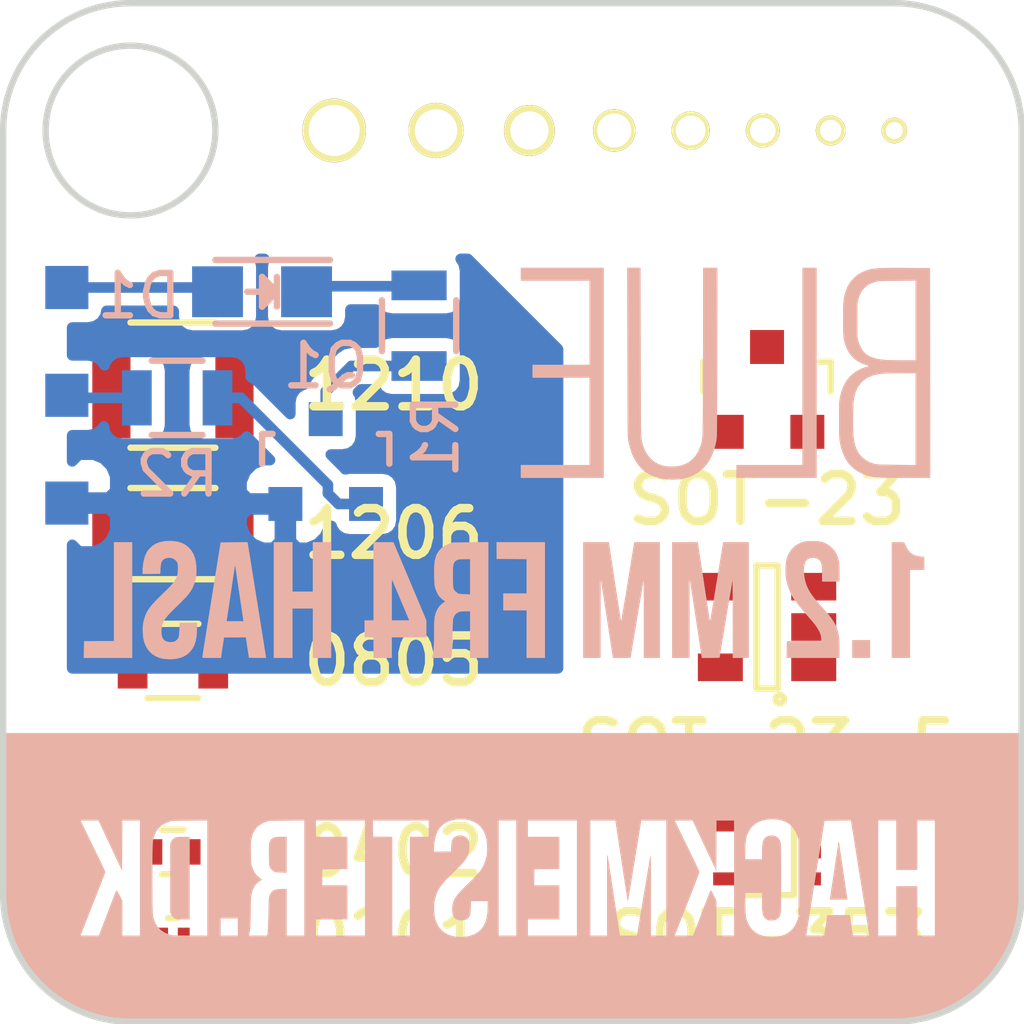
<source format=kicad_pcb>
(kicad_pcb (version 4) (host pcbnew "(2016-05-05 BZR 6775)-product")

  (general
    (links 0)
    (no_connects 0)
    (area 87.924999 87.924999 112.075001 112.075001)
    (thickness 1.6)
    (drawings 19)
    (tracks 17)
    (zones 0)
    (modules 25)
    (nets 7)
  )

  (page A4)
  (layers
    (0 F.Cu signal)
    (31 B.Cu signal)
    (32 B.Adhes user)
    (33 F.Adhes user)
    (34 B.Paste user)
    (35 F.Paste user)
    (36 B.SilkS user)
    (37 F.SilkS user)
    (38 B.Mask user)
    (39 F.Mask user)
    (40 Dwgs.User user hide)
    (41 Cmts.User user)
    (42 Eco1.User user)
    (43 Eco2.User user)
    (44 Edge.Cuts user)
    (45 Margin user)
    (46 B.CrtYd user)
    (47 F.CrtYd user)
    (48 B.Fab user)
    (49 F.Fab user)
  )

  (setup
    (last_trace_width 0.25)
    (user_trace_width 0.1524)
    (user_trace_width 0.1778)
    (user_trace_width 0.2032)
    (user_trace_width 0.254)
    (user_trace_width 0.508)
    (user_trace_width 0.762)
    (user_trace_width 0.9906)
    (user_trace_width 1.4986)
    (trace_clearance 0.1524)
    (zone_clearance 0.3)
    (zone_45_only no)
    (trace_min 0.1524)
    (segment_width 0.2)
    (edge_width 0.15)
    (via_size 0.6)
    (via_drill 0.4)
    (via_min_size 0.4)
    (via_min_drill 0.3)
    (uvia_size 0.3)
    (uvia_drill 0.1)
    (uvias_allowed no)
    (uvia_min_size 0.2)
    (uvia_min_drill 0.1)
    (pcb_text_width 0.3)
    (pcb_text_size 1.5 1.5)
    (mod_edge_width 0.15)
    (mod_text_size 1 1)
    (mod_text_width 0.15)
    (pad_size 0.6 0.6)
    (pad_drill 0.4)
    (pad_to_mask_clearance 0.2)
    (aux_axis_origin 0 0)
    (visible_elements FFFFFF7F)
    (pcbplotparams
      (layerselection 0x00030_ffffffff)
      (usegerberextensions false)
      (excludeedgelayer true)
      (linewidth 0.100000)
      (plotframeref false)
      (viasonmask false)
      (mode 1)
      (useauxorigin false)
      (hpglpennumber 1)
      (hpglpenspeed 20)
      (hpglpendiameter 15)
      (psnegative false)
      (psa4output false)
      (plotreference true)
      (plotvalue true)
      (plotinvisibletext false)
      (padsonsilk false)
      (subtractmaskfromsilk false)
      (outputformat 1)
      (mirror false)
      (drillshape 1)
      (scaleselection 1)
      (outputdirectory ""))
  )

  (net 0 "")
  (net 1 VCC)
  (net 2 "Net-(D1-Pad1)")
  (net 3 "Net-(P1-Pad1)")
  (net 4 GND)
  (net 5 "Net-(Q1-Pad1)")
  (net 6 "Net-(Q1-Pad3)")

  (net_class Default "This is the default net class."
    (clearance 0.1524)
    (trace_width 0.25)
    (via_dia 0.6)
    (via_drill 0.4)
    (uvia_dia 0.3)
    (uvia_drill 0.1)
    (add_net GND)
    (add_net "Net-(D1-Pad1)")
    (add_net "Net-(P1-Pad1)")
    (add_net "Net-(Q1-Pad1)")
    (add_net "Net-(Q1-Pad3)")
    (add_net VCC)
  )

  (module Connectors:PTH_Proto_pad (layer F.Cu) (tedit 57AE2A97) (tstamp 57B91ABD)
    (at 109 91)
    (fp_text reference REF** (at 0 2.286) (layer F.SilkS) hide
      (effects (font (size 1 1) (thickness 0.15)))
    )
    (fp_text value PTH_Proto_pad (at 0 -2.286) (layer F.Fab) hide
      (effects (font (size 1 1) (thickness 0.15)))
    )
    (pad 1 thru_hole circle (at 0 0) (size 0.6 0.6) (drill 0.4) (layers *.Cu *.Mask F.SilkS))
  )

  (module Connectors:PTH_Proto_pad (layer F.Cu) (tedit 57AE2A8C) (tstamp 57B91AB9)
    (at 107.5 91)
    (fp_text reference REF** (at 0 2.286) (layer F.SilkS) hide
      (effects (font (size 1 1) (thickness 0.15)))
    )
    (fp_text value PTH_Proto_pad (at 0 -2.286) (layer F.Fab) hide
      (effects (font (size 1 1) (thickness 0.15)))
    )
    (pad 1 thru_hole circle (at 0 0) (size 0.7 0.7) (drill 0.5) (layers *.Cu *.Mask F.SilkS))
  )

  (module Connectors:PTH_Proto_pad (layer F.Cu) (tedit 57AE2A6D) (tstamp 57B91AB5)
    (at 105.9 91)
    (fp_text reference REF** (at 0 2.286) (layer F.SilkS) hide
      (effects (font (size 1 1) (thickness 0.15)))
    )
    (fp_text value PTH_Proto_pad (at 0 -2.286) (layer F.Fab) hide
      (effects (font (size 1 1) (thickness 0.15)))
    )
    (pad 1 thru_hole circle (at 0 0) (size 0.8 0.8) (drill 0.6) (layers *.Cu *.Mask F.SilkS))
  )

  (module Connectors:PTH_Proto_pad (layer F.Cu) (tedit 57AE2A5F) (tstamp 57B91AB1)
    (at 104.2 91)
    (fp_text reference REF** (at 0 2.286) (layer F.SilkS) hide
      (effects (font (size 1 1) (thickness 0.15)))
    )
    (fp_text value PTH_Proto_pad (at 0 -2.286) (layer F.Fab) hide
      (effects (font (size 1 1) (thickness 0.15)))
    )
    (pad 1 thru_hole circle (at 0 0) (size 0.9 0.9) (drill 0.7) (layers *.Cu *.Mask F.SilkS))
  )

  (module Connectors:PTH_Proto_pad (layer F.Cu) (tedit 57AE2A53) (tstamp 57B91AAD)
    (at 102.4 91)
    (fp_text reference REF** (at 0 2.286) (layer F.SilkS) hide
      (effects (font (size 1 1) (thickness 0.15)))
    )
    (fp_text value PTH_Proto_pad (at 0 -2.286) (layer F.Fab) hide
      (effects (font (size 1 1) (thickness 0.15)))
    )
    (pad 1 thru_hole circle (at 0 0) (size 1 1) (drill 0.8) (layers *.Cu *.Mask F.SilkS))
  )

  (module Connectors:PTH_Proto_pad (layer F.Cu) (tedit 57AE2A42) (tstamp 57B91AA9)
    (at 100.4 91)
    (fp_text reference REF** (at 0 2.286) (layer F.SilkS) hide
      (effects (font (size 1 1) (thickness 0.15)))
    )
    (fp_text value PTH_Proto_pad (at 0 -2.286) (layer F.Fab) hide
      (effects (font (size 1 1) (thickness 0.15)))
    )
    (pad 1 thru_hole circle (at 0 0) (size 1.2 1.2) (drill 0.9) (layers *.Cu *.Mask F.SilkS))
  )

  (module Connectors:PTH_Proto_pad (layer F.Cu) (tedit 57AE2A24) (tstamp 57B91AA5)
    (at 98.2 91)
    (fp_text reference REF** (at 0 2.286) (layer F.SilkS) hide
      (effects (font (size 1 1) (thickness 0.15)))
    )
    (fp_text value PTH_Proto_pad (at 0 -2.286) (layer F.Fab) hide
      (effects (font (size 1 1) (thickness 0.15)))
    )
    (pad 1 thru_hole circle (at 0 0) (size 1.3 1.3) (drill 1) (layers *.Cu *.Mask F.SilkS))
  )

  (module LEDs:LED_0805 (layer B.Cu) (tedit 57AE2892) (tstamp 57B74574)
    (at 94.1 94.8 180)
    (descr "LED 0805 smd package")
    (tags "LED 0805 SMD")
    (path /57AE24CF)
    (attr smd)
    (fp_text reference D1 (at 2.9 -0.1 180) (layer B.SilkS)
      (effects (font (size 1 1) (thickness 0.15)) (justify mirror))
    )
    (fp_text value LED (at 0 -1.75 180) (layer B.Fab) hide
      (effects (font (size 1 1) (thickness 0.15)) (justify mirror))
    )
    (fp_line (start -1.6 -0.75) (end 1.1 -0.75) (layer B.SilkS) (width 0.15))
    (fp_line (start -1.6 0.75) (end 1.1 0.75) (layer B.SilkS) (width 0.15))
    (fp_line (start -0.1 -0.15) (end -0.1 0.1) (layer B.SilkS) (width 0.15))
    (fp_line (start -0.1 0.1) (end -0.25 -0.05) (layer B.SilkS) (width 0.15))
    (fp_line (start -0.35 0.35) (end -0.35 -0.35) (layer B.SilkS) (width 0.15))
    (fp_line (start 0 0) (end 0.35 0) (layer B.SilkS) (width 0.15))
    (fp_line (start -0.35 0) (end 0 0.35) (layer B.SilkS) (width 0.15))
    (fp_line (start 0 0.35) (end 0 -0.35) (layer B.SilkS) (width 0.15))
    (fp_line (start 0 -0.35) (end -0.35 0) (layer B.SilkS) (width 0.15))
    (fp_line (start 1.9 0.95) (end 1.9 -0.95) (layer B.CrtYd) (width 0.05))
    (fp_line (start 1.9 -0.95) (end -1.9 -0.95) (layer B.CrtYd) (width 0.05))
    (fp_line (start -1.9 -0.95) (end -1.9 0.95) (layer B.CrtYd) (width 0.05))
    (fp_line (start -1.9 0.95) (end 1.9 0.95) (layer B.CrtYd) (width 0.05))
    (pad 2 smd rect (at 1.04902 0) (size 1.19888 1.19888) (layers B.Cu B.Paste B.Mask)
      (net 1 VCC))
    (pad 1 smd rect (at -1.04902 0) (size 1.19888 1.19888) (layers B.Cu B.Paste B.Mask)
      (net 2 "Net-(D1-Pad1)"))
    (model LEDs.3dshapes/LED_0805.wrl
      (at (xyz 0 0 0))
      (scale (xyz 1 1 1))
      (rotate (xyz 0 0 0))
    )
  )

  (module Connectors:Small_SMD_Proto_Pad (layer B.Cu) (tedit 57ADB3CE) (tstamp 57B74579)
    (at 89.5 97.24)
    (path /57AE27F8)
    (fp_text reference P1 (at 0 -1.905) (layer B.SilkS) hide
      (effects (font (size 1 1) (thickness 0.15)) (justify mirror))
    )
    (fp_text value CONN_01X01 (at 0 1.905) (layer B.Fab) hide
      (effects (font (size 1 1) (thickness 0.15)) (justify mirror))
    )
    (pad 1 smd rect (at 0 0) (size 1.016 1.016) (layers B.Cu B.Paste B.Mask)
      (net 3 "Net-(P1-Pad1)"))
  )

  (module Connectors:Small_SMD_Proto_Pad (layer B.Cu) (tedit 57ADB3CE) (tstamp 57B7457E)
    (at 89.5 94.7)
    (path /57AE2A64)
    (fp_text reference P2 (at 0 -1.905) (layer B.SilkS) hide
      (effects (font (size 1 1) (thickness 0.15)) (justify mirror))
    )
    (fp_text value CONN_01X01 (at 0 1.905) (layer B.Fab) hide
      (effects (font (size 1 1) (thickness 0.15)) (justify mirror))
    )
    (pad 1 smd rect (at 0 0) (size 1.016 1.016) (layers B.Cu B.Paste B.Mask)
      (net 1 VCC))
  )

  (module Connectors:Small_SMD_Proto_Pad (layer B.Cu) (tedit 57ADB3CE) (tstamp 57B74583)
    (at 89.5 99.78)
    (path /57AE2ABA)
    (fp_text reference P3 (at 0 -1.905) (layer B.SilkS) hide
      (effects (font (size 1 1) (thickness 0.15)) (justify mirror))
    )
    (fp_text value CONN_01X01 (at 0 1.905) (layer B.Fab) hide
      (effects (font (size 1 1) (thickness 0.15)) (justify mirror))
    )
    (pad 1 smd rect (at 0 0) (size 1.016 1.016) (layers B.Cu B.Paste B.Mask)
      (net 4 GND))
  )

  (module TO_SOT_Packages_SMD:SOT-23 (layer B.Cu) (tedit 57AE289A) (tstamp 57B74593)
    (at 95.6 98.8 180)
    (descr "SOT-23, Standard")
    (tags SOT-23)
    (path /57AE2531)
    (attr smd)
    (fp_text reference Q1 (at 0 2.25 180) (layer B.SilkS)
      (effects (font (size 1 1) (thickness 0.15)) (justify mirror))
    )
    (fp_text value BC817-40 (at 0 -2.3 180) (layer B.Fab) hide
      (effects (font (size 1 1) (thickness 0.15)) (justify mirror))
    )
    (fp_line (start -1.65 1.6) (end 1.65 1.6) (layer B.CrtYd) (width 0.05))
    (fp_line (start 1.65 1.6) (end 1.65 -1.6) (layer B.CrtYd) (width 0.05))
    (fp_line (start 1.65 -1.6) (end -1.65 -1.6) (layer B.CrtYd) (width 0.05))
    (fp_line (start -1.65 -1.6) (end -1.65 1.6) (layer B.CrtYd) (width 0.05))
    (fp_line (start 1.29916 0.65024) (end 1.2509 0.65024) (layer B.SilkS) (width 0.15))
    (fp_line (start -1.49982 -0.0508) (end -1.49982 0.65024) (layer B.SilkS) (width 0.15))
    (fp_line (start -1.49982 0.65024) (end -1.2509 0.65024) (layer B.SilkS) (width 0.15))
    (fp_line (start 1.29916 0.65024) (end 1.49982 0.65024) (layer B.SilkS) (width 0.15))
    (fp_line (start 1.49982 0.65024) (end 1.49982 -0.0508) (layer B.SilkS) (width 0.15))
    (pad 1 smd rect (at -0.95 -1.00076 180) (size 0.8001 0.8001) (layers B.Cu B.Paste B.Mask)
      (net 5 "Net-(Q1-Pad1)"))
    (pad 2 smd rect (at 0.95 -1.00076 180) (size 0.8001 0.8001) (layers B.Cu B.Paste B.Mask)
      (net 4 GND))
    (pad 3 smd rect (at 0 0.99822 180) (size 0.8001 0.8001) (layers B.Cu B.Paste B.Mask)
      (net 6 "Net-(Q1-Pad3)"))
    (model TO_SOT_Packages_SMD.3dshapes/SOT-23.wrl
      (at (xyz 0 0 0))
      (scale (xyz 1 1 1))
      (rotate (xyz 0 0 0))
    )
  )

  (module Resistors_SMD:R_0805 (layer B.Cu) (tedit 57AE2896) (tstamp 57B7459F)
    (at 97.8 95.6 270)
    (descr "Resistor SMD 0805, reflow soldering, Vishay (see dcrcw.pdf)")
    (tags "resistor 0805")
    (path /57AE25F7)
    (attr smd)
    (fp_text reference R1 (at 2.6 -0.4 270) (layer B.SilkS)
      (effects (font (size 1 1) (thickness 0.15)) (justify mirror))
    )
    (fp_text value R (at 0 -2.1 270) (layer B.Fab) hide
      (effects (font (size 1 1) (thickness 0.15)) (justify mirror))
    )
    (fp_line (start -1.6 1) (end 1.6 1) (layer B.CrtYd) (width 0.05))
    (fp_line (start -1.6 -1) (end 1.6 -1) (layer B.CrtYd) (width 0.05))
    (fp_line (start -1.6 1) (end -1.6 -1) (layer B.CrtYd) (width 0.05))
    (fp_line (start 1.6 1) (end 1.6 -1) (layer B.CrtYd) (width 0.05))
    (fp_line (start 0.6 -0.875) (end -0.6 -0.875) (layer B.SilkS) (width 0.15))
    (fp_line (start -0.6 0.875) (end 0.6 0.875) (layer B.SilkS) (width 0.15))
    (pad 1 smd rect (at -0.95 0 270) (size 0.7 1.3) (layers B.Cu B.Paste B.Mask)
      (net 2 "Net-(D1-Pad1)"))
    (pad 2 smd rect (at 0.95 0 270) (size 0.7 1.3) (layers B.Cu B.Paste B.Mask)
      (net 6 "Net-(Q1-Pad3)"))
    (model Resistors_SMD.3dshapes/R_0805.wrl
      (at (xyz 0 0 0))
      (scale (xyz 1 1 1))
      (rotate (xyz 0 0 0))
    )
  )

  (module Resistors_SMD:R_0805 (layer B.Cu) (tedit 57AE289D) (tstamp 57B745AB)
    (at 92.1 97.3 180)
    (descr "Resistor SMD 0805, reflow soldering, Vishay (see dcrcw.pdf)")
    (tags "resistor 0805")
    (path /57AE248B)
    (attr smd)
    (fp_text reference R2 (at 0 -1.8 180) (layer B.SilkS)
      (effects (font (size 1 1) (thickness 0.15)) (justify mirror))
    )
    (fp_text value R (at 0 -2.1 180) (layer B.Fab) hide
      (effects (font (size 1 1) (thickness 0.15)) (justify mirror))
    )
    (fp_line (start -1.6 1) (end 1.6 1) (layer B.CrtYd) (width 0.05))
    (fp_line (start -1.6 -1) (end 1.6 -1) (layer B.CrtYd) (width 0.05))
    (fp_line (start -1.6 1) (end -1.6 -1) (layer B.CrtYd) (width 0.05))
    (fp_line (start 1.6 1) (end 1.6 -1) (layer B.CrtYd) (width 0.05))
    (fp_line (start 0.6 -0.875) (end -0.6 -0.875) (layer B.SilkS) (width 0.15))
    (fp_line (start -0.6 0.875) (end 0.6 0.875) (layer B.SilkS) (width 0.15))
    (pad 1 smd rect (at -0.95 0 180) (size 0.7 1.3) (layers B.Cu B.Paste B.Mask)
      (net 5 "Net-(Q1-Pad1)"))
    (pad 2 smd rect (at 0.95 0 180) (size 0.7 1.3) (layers B.Cu B.Paste B.Mask)
      (net 3 "Net-(P1-Pad1)"))
    (model Resistors_SMD.3dshapes/R_0805.wrl
      (at (xyz 0 0 0))
      (scale (xyz 1 1 1))
      (rotate (xyz 0 0 0))
    )
  )

  (module Connectors:PTH_Proto_pad (layer F.Cu) (tedit 57AE2A00) (tstamp 57B91A94)
    (at 95.8 91)
    (fp_text reference REF** (at 0 2.286) (layer F.SilkS) hide
      (effects (font (size 1 1) (thickness 0.15)))
    )
    (fp_text value PTH_Proto_pad (at 0 -2.286) (layer F.Fab) hide
      (effects (font (size 1 1) (thickness 0.15)))
    )
    (pad 1 thru_hole circle (at 0 0) (size 1.5 1.5) (drill 1.2) (layers *.Cu *.Mask F.SilkS))
  )

  (module Aesthetics:Sample-Blue-1.2mm-fr4-hasl (layer B.Cu) (tedit 0) (tstamp 57B004E3)
    (at 100 102.6 180)
    (fp_text reference G*** (at 0 0 180) (layer B.SilkS) hide
      (effects (font (thickness 0.3)) (justify mirror))
    )
    (fp_text value LOGO (at 0.75 0 180) (layer B.SilkS) hide
      (effects (font (thickness 0.3)) (justify mirror))
    )
    (fp_poly (pts (xy 11.998814 -4.654021) (xy 11.995513 -6.704542) (xy 11.97155 -6.851722) (xy 11.919813 -7.107122)
      (xy 11.849344 -7.353246) (xy 11.760306 -7.589667) (xy 11.652866 -7.815957) (xy 11.52719 -8.03169)
      (xy 11.495318 -8.080375) (xy 11.406374 -8.207559) (xy 11.316975 -8.322725) (xy 11.221581 -8.432501)
      (xy 11.114655 -8.543515) (xy 11.079471 -8.57808) (xy 10.893922 -8.744788) (xy 10.699112 -8.893142)
      (xy 10.49433 -9.023501) (xy 10.278868 -9.136223) (xy 10.052017 -9.231665) (xy 9.813068 -9.310185)
      (xy 9.561311 -9.372142) (xy 9.471059 -9.389794) (xy 9.339791 -9.413844) (xy 0.037041 -9.415441)
      (xy -0.505386 -9.41553) (xy -1.027039 -9.415608) (xy -1.528311 -9.415674) (xy -2.009595 -9.415727)
      (xy -2.471284 -9.415768) (xy -2.913772 -9.415794) (xy -3.33745 -9.415807) (xy -3.742712 -9.415804)
      (xy -4.12995 -9.415787) (xy -4.499559 -9.415753) (xy -4.85193 -9.415704) (xy -5.187456 -9.415637)
      (xy -5.506531 -9.415553) (xy -5.809547 -9.41545) (xy -6.096897 -9.415329) (xy -6.368974 -9.415189)
      (xy -6.626172 -9.41503) (xy -6.868882 -9.41485) (xy -7.097499 -9.414649) (xy -7.312414 -9.414427)
      (xy -7.514021 -9.414183) (xy -7.702713 -9.413916) (xy -7.878883 -9.413627) (xy -8.042923 -9.413314)
      (xy -8.195226 -9.412977) (xy -8.336186 -9.412616) (xy -8.466195 -9.412229) (xy -8.585647 -9.411816)
      (xy -8.694933 -9.411378) (xy -8.794448 -9.410912) (xy -8.884584 -9.410419) (xy -8.965733 -9.409898)
      (xy -9.038289 -9.409349) (xy -9.102646 -9.40877) (xy -9.159195 -9.408162) (xy -9.208329 -9.407524)
      (xy -9.250442 -9.406855) (xy -9.285926 -9.406155) (xy -9.315175 -9.405424) (xy -9.338581 -9.40466)
      (xy -9.356538 -9.403863) (xy -9.369437 -9.403032) (xy -9.376834 -9.402285) (xy -9.612579 -9.362104)
      (xy -9.838923 -9.304953) (xy -10.059714 -9.22964) (xy -10.2788 -9.134971) (xy -10.345256 -9.102373)
      (xy -10.566048 -8.979516) (xy -10.773866 -8.840306) (xy -10.968019 -8.685628) (xy -11.14782 -8.516366)
      (xy -11.312579 -8.333403) (xy -11.461607 -8.137623) (xy -11.594216 -7.929911) (xy -11.709717 -7.711149)
      (xy -11.80742 -7.482222) (xy -11.886637 -7.244014) (xy -11.931982 -7.06662) (xy -11.9394 -7.034022)
      (xy -11.946215 -7.004499) (xy -11.952455 -6.977086) (xy -11.958147 -6.950824) (xy -11.963316 -6.924751)
      (xy -11.967991 -6.897904) (xy -11.972196 -6.869322) (xy -11.97596 -6.838044) (xy -11.979309 -6.803108)
      (xy -11.982269 -6.763552) (xy -11.984868 -6.718414) (xy -11.987131 -6.666734) (xy -11.989086 -6.607548)
      (xy -11.99076 -6.539896) (xy -11.992178 -6.462816) (xy -11.993369 -6.375347) (xy -11.994358 -6.276526)
      (xy -11.995172 -6.165392) (xy -11.995837 -6.040983) (xy -11.996382 -5.902338) (xy -11.996832 -5.748496)
      (xy -11.997213 -5.578493) (xy -11.997554 -5.391369) (xy -11.997879 -5.186163) (xy -11.998217 -4.961912)
      (xy -11.998594 -4.717654) (xy -11.998679 -4.664604) (xy -11.998691 -4.656667) (xy -9.958917 -4.656667)
      (xy -9.958917 -7.376584) (xy -9.535584 -7.376584) (xy -9.535584 -6.212417) (xy -9.04875 -6.212417)
      (xy -9.04875 -7.376584) (xy -8.614834 -7.376584) (xy -8.614834 -7.370588) (xy -8.41375 -7.370588)
      (xy -8.403715 -7.372469) (xy -8.375794 -7.37383) (xy -8.33326 -7.37461) (xy -8.279389 -7.374752)
      (xy -8.217455 -7.374195) (xy -8.215771 -7.374171) (xy -8.017791 -7.371292) (xy -7.999714 -7.249584)
      (xy -7.989962 -7.184092) (xy -7.978904 -7.110087) (xy -7.968299 -7.039331) (xy -7.963684 -7.00863)
      (xy -7.945731 -6.889386) (xy -7.685035 -6.892214) (xy -7.42434 -6.895042) (xy -7.401213 -7.0485)
      (xy -7.391642 -7.112365) (xy -7.381971 -7.177508) (xy -7.373238 -7.236898) (xy -7.366481 -7.283508)
      (xy -7.365658 -7.289271) (xy -7.353231 -7.376584) (xy -7.137366 -7.376584) (xy -7.064413 -7.376459)
      (xy -7.009959 -7.375934) (xy -6.971338 -7.374778) (xy -6.945884 -7.372762) (xy -6.93093 -7.369658)
      (xy -6.923809 -7.365236) (xy -6.921855 -7.359266) (xy -6.921845 -7.358063) (xy -6.923533 -7.345496)
      (xy -6.928376 -7.313288) (xy -6.936176 -7.2627) (xy -6.946733 -7.194989) (xy -6.959849 -7.111414)
      (xy -6.975324 -7.013235) (xy -6.99296 -6.901709) (xy -7.012556 -6.778097) (xy -7.033915 -6.643657)
      (xy -7.056836 -6.499647) (xy -7.081121 -6.347327) (xy -7.106571 -6.187955) (xy -7.132987 -6.022791)
      (xy -7.136515 -6.00075) (xy -7.279681 -5.106459) (xy -6.746875 -5.106459) (xy -6.746875 -6.926792)
      (xy -6.717885 -7.012288) (xy -6.673393 -7.1171) (xy -6.616353 -7.205089) (xy -6.54602 -7.276901)
      (xy -6.461648 -7.333184) (xy -6.36249 -7.374587) (xy -6.275121 -7.396827) (xy -6.224164 -7.403283)
      (xy -6.159867 -7.406326) (xy -6.089764 -7.406056) (xy -6.021387 -7.402573) (xy -5.962271 -7.395976)
      (xy -5.942542 -7.392412) (xy -5.838681 -7.36096) (xy -5.745766 -7.313192) (xy -5.6657 -7.250522)
      (xy -5.600389 -7.174367) (xy -5.562619 -7.110042) (xy -5.541848 -7.066116) (xy -5.52537 -7.026715)
      (xy -5.512636 -6.988486) (xy -5.503099 -6.948072) (xy -5.496212 -6.902116) (xy -5.491427 -6.847263)
      (xy -5.488196 -6.780157) (xy -5.485972 -6.697441) (xy -5.484797 -6.633104) (xy -5.480325 -6.360584)
      (xy -5.884334 -6.360584) (xy -5.884543 -6.553729) (xy -5.885594 -6.657013) (xy -5.888872 -6.741541)
      (xy -5.894939 -6.809657) (xy -5.904355 -6.863706) (xy -5.917679 -6.906034) (xy -5.935472 -6.938984)
      (xy -5.958294 -6.964901) (xy -5.986705 -6.98613) (xy -5.988055 -6.98697) (xy -6.014592 -7.000494)
      (xy -6.043987 -7.007972) (xy -6.083674 -7.010922) (xy -6.106606 -7.011177) (xy -6.177296 -7.004394)
      (xy -6.232802 -6.983338) (xy -6.274471 -6.946959) (xy -6.303646 -6.894206) (xy -6.317456 -6.846509)
      (xy -6.320005 -6.823326) (xy -6.322234 -6.779105) (xy -6.324142 -6.713971) (xy -6.325728 -6.628052)
      (xy -6.32699 -6.521473) (xy -6.327926 -6.394361) (xy -6.328535 -6.246842) (xy -6.328814 -6.079041)
      (xy -6.328834 -6.016625) (xy -6.328668 -5.841874) (xy -6.328173 -5.687361) (xy -6.327349 -5.553211)
      (xy -6.326199 -5.439552) (xy -6.324724 -5.346508) (xy -6.322927 -5.274207) (xy -6.320808 -5.222775)
      (xy -6.318369 -5.192338) (xy -6.317456 -5.186741) (xy -6.305782 -5.147368) (xy -6.289724 -5.11044)
      (xy -6.282975 -5.098908) (xy -6.244594 -5.058883) (xy -6.194542 -5.032112) (xy -6.137498 -5.018611)
      (xy -6.078146 -5.018395) (xy -6.021166 -5.031481) (xy -5.97124 -5.057885) (xy -5.933049 -5.097622)
      (xy -5.932987 -5.097715) (xy -5.91528 -5.132963) (xy -5.901915 -5.179799) (xy -5.892566 -5.24046)
      (xy -5.886911 -5.317187) (xy -5.884623 -5.412218) (xy -5.884543 -5.431896) (xy -5.884334 -5.577417)
      (xy -5.480062 -5.577417) (xy -5.484842 -5.352521) (xy -5.48726 -5.263081) (xy -5.490765 -5.19087)
      (xy -5.496072 -5.131952) (xy -5.503892 -5.082392) (xy -5.514938 -5.038256) (xy -5.529924 -4.995607)
      (xy -5.549561 -4.950512) (xy -5.562619 -4.923208) (xy -5.616396 -4.836083) (xy -5.685232 -4.763502)
      (xy -5.768496 -4.705802) (xy -5.865554 -4.663321) (xy -5.892795 -4.656667) (xy -5.228167 -4.656667)
      (xy -5.228167 -7.376584) (xy -4.804834 -7.376584) (xy -4.804834 -6.550555) (xy -4.766501 -6.47409)
      (xy -4.744025 -6.430233) (xy -4.721026 -6.386928) (xy -4.702258 -6.353112) (xy -4.701286 -6.351435)
      (xy -4.685215 -6.324691) (xy -4.675739 -6.314139) (xy -4.668877 -6.317636) (xy -4.662022 -6.330268)
      (xy -4.655927 -6.344806) (xy -4.643069 -6.377163) (xy -4.624209 -6.425373) (xy -4.600107 -6.487471)
      (xy -4.571523 -6.561491) (xy -4.539218 -6.645467) (xy -4.503952 -6.737433) (xy -4.466485 -6.835425)
      (xy -4.454839 -6.865938) (xy -4.260038 -7.376584) (xy -4.040311 -7.376584) (xy -3.9747 -7.376385)
      (xy -3.916903 -7.375829) (xy -3.870029 -7.374978) (xy -3.837187 -7.373894) (xy -3.821487 -7.372636)
      (xy -3.820584 -7.372243) (xy -3.824372 -7.361943) (xy -3.835335 -7.33349) (xy -3.852872 -7.288415)
      (xy -3.876382 -7.228252) (xy -3.905264 -7.154534) (xy -3.938917 -7.068792) (xy -3.976739 -6.97256)
      (xy -4.01813 -6.867371) (xy -4.062488 -6.754756) (xy -4.109212 -6.63625) (xy -4.112166 -6.628763)
      (xy -4.159102 -6.509611) (xy -4.203727 -6.395993) (xy -4.245434 -6.289471) (xy -4.283618 -6.19161)
      (xy -4.317672 -6.103973) (xy -4.34699 -6.028125) (xy -4.370967 -5.965629) (xy -4.388995 -5.918049)
      (xy -4.40047 -5.886949) (xy -4.404784 -5.873891) (xy -4.4048 -5.87375) (xy -4.400437 -5.861685)
      (xy -4.387493 -5.8323) (xy -4.36676 -5.787253) (xy -4.339027 -5.728205) (xy -4.305083 -5.656814)
      (xy -4.265719 -5.574741) (xy -4.221724 -5.483644) (xy -4.173889 -5.385183) (xy -4.123001 -5.281017)
      (xy -4.113219 -5.261056) (xy -4.061919 -5.156374) (xy -4.013482 -5.057418) (xy -3.968694 -4.965806)
      (xy -3.928345 -4.883156) (xy -3.893223 -4.811087) (xy -3.864117 -4.751216) (xy -3.841814 -4.705162)
      (xy -3.827104 -4.674543) (xy -3.820775 -4.660978) (xy -3.820584 -4.660452) (xy -3.830642 -4.65931)
      (xy -3.858719 -4.65831) (xy -3.901664 -4.657507) (xy -3.95633 -4.656956) (xy -4.019568 -4.656712)
      (xy -4.034896 -4.656705) (xy -4.249209 -4.656743) (xy -4.524375 -5.240996) (xy -4.799542 -5.825249)
      (xy -4.802278 -5.240958) (xy -4.805013 -4.656667) (xy -3.630084 -4.656667) (xy -3.630084 -7.376584)
      (xy -3.259667 -7.376584) (xy -3.259667 -6.438195) (xy -3.259611 -6.299416) (xy -3.259447 -6.166944)
      (xy -3.259185 -6.042273) (xy -3.258831 -5.926897) (xy -3.258395 -5.82231) (xy -3.257884 -5.730005)
      (xy -3.257308 -5.651476) (xy -3.256673 -5.588218) (xy -3.255988 -5.541723) (xy -3.255262 -5.513486)
      (xy -3.254543 -5.50493) (xy -3.252284 -5.515649) (xy -3.246871 -5.545439) (xy -3.238607 -5.592488)
      (xy -3.227795 -5.654985) (xy -3.214739 -5.73112) (xy -3.199743 -5.819079) (xy -3.18311 -5.917053)
      (xy -3.165145 -6.02323) (xy -3.146149 -6.135798) (xy -3.126428 -6.252947) (xy -3.106286 -6.372864)
      (xy -3.086024 -6.493738) (xy -3.065948 -6.613759) (xy -3.046361 -6.731114) (xy -3.027566 -6.843993)
      (xy -3.009867 -6.950584) (xy -2.993568 -7.049076) (xy -2.978972 -7.137657) (xy -2.966383 -7.214516)
      (xy -2.956106 -7.277842) (xy -2.948442 -7.325823) (xy -2.943696 -7.356648) (xy -2.942167 -7.368381)
      (xy -2.93212 -7.370907) (xy -2.904118 -7.373117) (xy -2.861376 -7.374885) (xy -2.807104 -7.37608)
      (xy -2.744515 -7.376577) (xy -2.736272 -7.376584) (xy -2.530376 -7.376584) (xy -2.52438 -7.342188)
      (xy -2.521918 -7.326727) (xy -2.516526 -7.291917) (xy -2.508444 -7.239337) (xy -2.497914 -7.170567)
      (xy -2.485177 -7.087184) (xy -2.470473 -6.990767) (xy -2.454043 -6.882896) (xy -2.436128 -6.76515)
      (xy -2.416968 -6.639107) (xy -2.396806 -6.506346) (xy -2.380336 -6.397817) (xy -2.35964 -6.261686)
      (xy -2.339781 -6.131618) (xy -2.320994 -6.009125) (xy -2.303515 -5.895721) (xy -2.28758 -5.792918)
      (xy -2.273426 -5.702228) (xy -2.261287 -5.625165) (xy -2.2514 -5.563241) (xy -2.244002 -5.517969)
      (xy -2.239327 -5.490861) (xy -2.237686 -5.483241) (xy -2.237009 -5.492887) (xy -2.236361 -5.522213)
      (xy -2.235752 -5.569732) (xy -2.235186 -5.633957) (xy -2.234673 -5.713403) (xy -2.234218 -5.806582)
      (xy -2.23383 -5.912008) (xy -2.233515 -6.028194) (xy -2.233281 -6.153653) (xy -2.233135 -6.286899)
      (xy -2.233084 -6.426445) (xy -2.233084 -7.376584) (xy -1.830917 -7.376584) (xy -1.830917 -4.656667)
      (xy -1.524 -4.656667) (xy -1.524 -7.376584) (xy -0.359834 -7.376584) (xy -0.359834 -6.985)
      (xy -1.100667 -6.985) (xy -1.100667 -6.19125) (xy -0.507523 -6.19125) (xy -0.510408 -5.998104)
      (xy -0.513292 -5.804959) (xy -0.80698 -5.802145) (xy -1.100667 -5.799332) (xy -1.100667 -5.04825)
      (xy -0.359834 -5.04825) (xy -0.359834 -4.656667) (xy -0.09525 -4.656667) (xy -0.09525 -7.376584)
      (xy 0.328083 -7.376584) (xy 0.328083 -6.556375) (xy 0.576791 -6.556375) (xy 0.579046 -6.715125)
      (xy 0.587322 -6.853269) (xy 0.608261 -6.974757) (xy 0.642278 -7.080196) (xy 0.689789 -7.170193)
      (xy 0.75121 -7.245356) (xy 0.826955 -7.306292) (xy 0.91744 -7.353608) (xy 1.023081 -7.387911)
      (xy 1.042458 -7.392466) (xy 1.102379 -7.401574) (xy 1.175003 -7.406156) (xy 1.252353 -7.406214)
      (xy 1.326455 -7.401751) (xy 1.389336 -7.392769) (xy 1.391404 -7.392337) (xy 1.439248 -7.377901)
      (xy 7.186083 -7.377901) (xy 7.60677 -7.374306) (xy 8.027458 -7.37071) (xy 8.112125 -7.341829)
      (xy 8.209835 -7.299093) (xy 8.292371 -7.242409) (xy 8.360284 -7.171121) (xy 8.414124 -7.08457)
      (xy 8.454442 -6.982098) (xy 8.472754 -6.910917) (xy 8.475758 -6.885911) (xy 8.478454 -6.841803)
      (xy 8.480843 -6.780656) (xy 8.482924 -6.704533) (xy 8.484697 -6.615496) (xy 8.486162 -6.515607)
      (xy 8.48732 -6.40693) (xy 8.48817 -6.291527) (xy 8.488712 -6.171461) (xy 8.488946 -6.048794)
      (xy 8.488872 -5.925589) (xy 8.488491 -5.803909) (xy 8.487802 -5.685816) (xy 8.486805 -5.573372)
      (xy 8.4855 -5.468642) (xy 8.483887 -5.373686) (xy 8.481967 -5.290568) (xy 8.479739 -5.221351)
      (xy 8.477203 -5.168097) (xy 8.474359 -5.132869) (xy 8.472754 -5.122334) (xy 8.445313 -5.022146)
      (xy 8.408411 -4.937104) (xy 8.362424 -4.865648) (xy 8.296123 -4.794326) (xy 8.216529 -4.737823)
      (xy 8.12162 -4.694735) (xy 8.112125 -4.691422) (xy 8.027458 -4.66254) (xy 7.60677 -4.658945)
      (xy 7.340273 -4.656667) (xy 8.773583 -4.656667) (xy 8.773583 -7.376584) (xy 9.196916 -7.376584)
      (xy 9.196916 -6.550555) (xy 9.235249 -6.47409) (xy 9.257725 -6.430233) (xy 9.280724 -6.386928)
      (xy 9.299492 -6.353112) (xy 9.300464 -6.351435) (xy 9.316535 -6.324691) (xy 9.326011 -6.314139)
      (xy 9.332873 -6.317636) (xy 9.339728 -6.330268) (xy 9.345823 -6.344806) (xy 9.358681 -6.377163)
      (xy 9.377541 -6.425373) (xy 9.401643 -6.487471) (xy 9.430227 -6.561491) (xy 9.462532 -6.645467)
      (xy 9.497798 -6.737433) (xy 9.535265 -6.835425) (xy 9.546911 -6.865938) (xy 9.741712 -7.376584)
      (xy 9.961439 -7.376584) (xy 10.02705 -7.376385) (xy 10.084847 -7.375829) (xy 10.131721 -7.374978)
      (xy 10.164563 -7.373894) (xy 10.180263 -7.372636) (xy 10.181166 -7.372243) (xy 10.177378 -7.361943)
      (xy 10.166415 -7.33349) (xy 10.148878 -7.288415) (xy 10.125368 -7.228252) (xy 10.096486 -7.154534)
      (xy 10.062833 -7.068792) (xy 10.025011 -6.97256) (xy 9.98362 -6.867371) (xy 9.939262 -6.754756)
      (xy 9.892538 -6.63625) (xy 9.889584 -6.628763) (xy 9.842648 -6.509611) (xy 9.798023 -6.395993)
      (xy 9.756316 -6.289471) (xy 9.718132 -6.19161) (xy 9.684078 -6.103973) (xy 9.65476 -6.028125)
      (xy 9.630783 -5.965629) (xy 9.612755 -5.918049) (xy 9.60128 -5.886949) (xy 9.596966 -5.873891)
      (xy 9.59695 -5.87375) (xy 9.601313 -5.861685) (xy 9.614257 -5.8323) (xy 9.63499 -5.787253)
      (xy 9.662723 -5.728205) (xy 9.696667 -5.656814) (xy 9.736031 -5.574741) (xy 9.780026 -5.483644)
      (xy 9.827861 -5.385183) (xy 9.878749 -5.281017) (xy 9.888531 -5.261056) (xy 9.939831 -5.156374)
      (xy 9.988268 -5.057418) (xy 10.033056 -4.965806) (xy 10.073405 -4.883156) (xy 10.108527 -4.811087)
      (xy 10.137633 -4.751216) (xy 10.159936 -4.705162) (xy 10.174646 -4.674543) (xy 10.180975 -4.660978)
      (xy 10.181166 -4.660452) (xy 10.171108 -4.65931) (xy 10.143031 -4.65831) (xy 10.100086 -4.657507)
      (xy 10.04542 -4.656956) (xy 9.982182 -4.656712) (xy 9.966854 -4.656705) (xy 9.752541 -4.656743)
      (xy 9.477375 -5.240996) (xy 9.202208 -5.825249) (xy 9.199472 -5.240958) (xy 9.196737 -4.656667)
      (xy 8.773583 -4.656667) (xy 7.340273 -4.656667) (xy 7.186083 -4.655349) (xy 7.186083 -7.377901)
      (xy 1.439248 -7.377901) (xy 1.497383 -7.36036) (xy 1.5909 -7.312399) (xy 1.67073 -7.249362)
      (xy 1.735649 -7.17216) (xy 1.771631 -7.110042) (xy 1.801484 -7.042762) (xy 1.822771 -6.97844)
      (xy 1.836996 -6.910525) (xy 1.845666 -6.832467) (xy 1.849029 -6.773334) (xy 1.84954 -6.666007)
      (xy 1.840618 -6.57076) (xy 1.821131 -6.480201) (xy 1.789947 -6.386941) (xy 1.789833 -6.386644)
      (xy 1.77023 -6.339317) (xy 1.748296 -6.294307) (xy 1.722563 -6.249843) (xy 1.691563 -6.20415)
      (xy 1.653828 -6.155458) (xy 1.607889 -6.101991) (xy 1.55228 -6.041978) (xy 1.485532 -5.973646)
      (xy 1.406177 -5.895222) (xy 1.312747 -5.804932) (xy 1.290672 -5.783792) (xy 1.215576 -5.709031)
      (xy 1.155891 -5.642569) (xy 1.109217 -5.581265) (xy 1.073156 -5.521977) (xy 1.046076 -5.463493)
      (xy 1.034863 -5.431829) (xy 1.027621 -5.400249) (xy 1.023538 -5.362714) (xy 1.021803 -5.313186)
      (xy 1.02156 -5.281084) (xy 1.021856 -5.226849) (xy 1.023568 -5.188503) (xy 1.027512 -5.160777)
      (xy 1.034503 -5.1384) (xy 1.045356 -5.116103) (xy 1.04775 -5.11175) (xy 1.083759 -5.067515)
      (xy 1.132964 -5.036073) (xy 1.190842 -5.018641) (xy 1.252869 -5.016432) (xy 1.314521 -5.030662)
      (xy 1.328208 -5.036405) (xy 1.365805 -5.057158) (xy 1.393627 -5.082245) (xy 1.413295 -5.115182)
      (xy 1.42643 -5.159482) (xy 1.434653 -5.218662) (xy 1.438616 -5.275792) (xy 1.444625 -5.392209)
      (xy 1.852083 -5.397957) (xy 1.852083 -5.326014) (xy 1.846366 -5.214463) (xy 1.829964 -5.105909)
      (xy 1.803997 -5.005268) (xy 1.769586 -4.917455) (xy 1.750908 -4.882174) (xy 1.693273 -4.80436)
      (xy 1.619935 -4.739507) (xy 1.532504 -4.688399) (xy 1.445832 -4.656667) (xy 1.9685 -4.656667)
      (xy 1.9685 -5.04825) (xy 2.413 -5.04825) (xy 2.413 -7.376584) (xy 2.836333 -7.376584)
      (xy 2.836333 -5.048671) (xy 3.286125 -5.042959) (xy 3.289009 -4.849813) (xy 3.291894 -4.656667)
      (xy 3.471333 -4.656667) (xy 3.471333 -7.376584) (xy 4.6355 -7.376584) (xy 4.900083 -7.376584)
      (xy 5.323416 -7.376584) (xy 5.323416 -6.275917) (xy 5.426604 -6.275976) (xy 5.511488 -6.279584)
      (xy 5.57896 -6.291338) (xy 5.631726 -6.312798) (xy 5.672488 -6.34552) (xy 5.703951 -6.391063)
      (xy 5.728464 -6.449924) (xy 5.731135 -6.467732) (xy 5.733967 -6.504214) (xy 5.736853 -6.556878)
      (xy 5.739688 -6.623231) (xy 5.742366 -6.700783) (xy 5.744781 -6.787042) (xy 5.746828 -6.879516)
      (xy 5.746922 -6.884459) (xy 5.749676 -7.011034) (xy 5.752738 -7.116631) (xy 5.756116 -7.201434)
      (xy 5.759819 -7.265629) (xy 5.763856 -7.309402) (xy 5.767815 -7.331604) (xy 5.781074 -7.376584)
      (xy 6.220524 -7.376584) (xy 6.205005 -7.331604) (xy 6.19458 -7.288814) (xy 6.186035 -7.226182)
      (xy 6.179354 -7.143463) (xy 6.174523 -7.040411) (xy 6.172667 -6.963834) (xy 6.466416 -6.963834)
      (xy 6.466416 -7.376584) (xy 6.879166 -7.376584) (xy 6.879166 -6.963834) (xy 6.466416 -6.963834)
      (xy 6.172667 -6.963834) (xy 6.171526 -6.916779) (xy 6.170349 -6.772323) (xy 6.170333 -6.760796)
      (xy 6.169885 -6.663256) (xy 6.168648 -6.584186) (xy 6.166499 -6.520898) (xy 6.163315 -6.470706)
      (xy 6.158973 -6.430924) (xy 6.153818 -6.401062) (xy 6.123408 -6.296604) (xy 6.079567 -6.208451)
      (xy 6.022316 -6.13664) (xy 5.959007 -6.085796) (xy 5.905857 -6.05169) (xy 5.968591 -6.005507)
      (xy 6.034034 -5.946303) (xy 6.086221 -5.873932) (xy 6.126957 -5.785759) (xy 6.135009 -5.762625)
      (xy 6.144197 -5.733526) (xy 6.151223 -5.706839) (xy 6.156456 -5.67894) (xy 6.160263 -5.646204)
      (xy 6.163012 -5.605007) (xy 6.165071 -5.551723) (xy 6.166809 -5.482729) (xy 6.167681 -5.440767)
      (xy 6.168972 -5.338041) (xy 6.168119 -5.252921) (xy 6.164807 -5.181924) (xy 6.158722 -5.12157)
      (xy 6.149547 -5.068375) (xy 6.136969 -5.018858) (xy 6.126584 -4.986306) (xy 6.08565 -4.898256)
      (xy 6.027676 -4.822129) (xy 5.953807 -4.759014) (xy 5.865188 -4.710004) (xy 5.817243 -4.69164)
      (xy 5.730875 -4.662789) (xy 4.900083 -4.655143) (xy 4.900083 -7.376584) (xy 4.6355 -7.376584)
      (xy 4.6355 -6.985) (xy 3.894666 -6.985) (xy 3.894666 -6.19125) (xy 4.48781 -6.19125)
      (xy 4.484926 -5.998104) (xy 4.482041 -5.804959) (xy 4.188354 -5.802145) (xy 3.894666 -5.799332)
      (xy 3.894666 -5.04825) (xy 4.6355 -5.04825) (xy 4.6355 -4.656667) (xy 3.471333 -4.656667)
      (xy 3.291894 -4.656667) (xy 1.9685 -4.656667) (xy 1.445832 -4.656667) (xy 1.432592 -4.65182)
      (xy 1.321808 -4.630557) (xy 1.223327 -4.625101) (xy 1.098799 -4.632724) (xy 0.98885 -4.655295)
      (xy 0.892846 -4.693045) (xy 0.810153 -4.746205) (xy 0.757541 -4.795185) (xy 0.700644 -4.866504)
      (xy 0.656826 -4.944724) (xy 0.624834 -5.033147) (xy 0.603418 -5.135075) (xy 0.593007 -5.229233)
      (xy 0.589903 -5.36366) (xy 0.602489 -5.486932) (xy 0.631446 -5.602819) (xy 0.677452 -5.715089)
      (xy 0.682444 -5.725128) (xy 0.702947 -5.764038) (xy 0.724597 -5.800831) (xy 0.748981 -5.837317)
      (xy 0.777689 -5.875307) (xy 0.812307 -5.91661) (xy 0.854426 -5.963035) (xy 0.905632 -6.016392)
      (xy 0.967516 -6.078492) (xy 1.041665 -6.151143) (xy 1.129667 -6.236156) (xy 1.137999 -6.244167)
      (xy 1.219409 -6.325856) (xy 1.284287 -6.399341) (xy 1.334231 -6.467341) (xy 1.370842 -6.532573)
      (xy 1.395717 -6.597756) (xy 1.410457 -6.665605) (xy 1.415585 -6.71588) (xy 1.415348 -6.805138)
      (xy 1.402254 -6.877765) (xy 1.376008 -6.934162) (xy 1.33632 -6.974731) (xy 1.282895 -6.999871)
      (xy 1.215443 -7.009986) (xy 1.201208 -7.010243) (xy 1.140434 -7.006017) (xy 1.09362 -6.991945)
      (xy 1.055034 -6.965935) (xy 1.040517 -6.95161) (xy 1.02237 -6.928857) (xy 1.008872 -6.902701)
      (xy 0.999167 -6.86941) (xy 0.9924 -6.825254) (xy 0.987713 -6.766504) (xy 0.985017 -6.709834)
      (xy 0.978958 -6.556375) (xy 0.576791 -6.556375) (xy 0.328083 -6.556375) (xy 0.328083 -4.656667)
      (xy -0.09525 -4.656667) (xy -0.359834 -4.656667) (xy -1.524 -4.656667) (xy -1.830917 -4.656667)
      (xy -2.428875 -4.656673) (xy -2.571298 -5.598587) (xy -2.592291 -5.737015) (xy -2.612476 -5.869312)
      (xy -2.631621 -5.994004) (xy -2.649494 -6.109611) (xy -2.665861 -6.214657) (xy -2.68049 -6.307666)
      (xy -2.69315 -6.387159) (xy -2.703608 -6.451661) (xy -2.711631 -6.499694) (xy -2.716987 -6.52978)
      (xy -2.719444 -6.540444) (xy -2.719464 -6.540449) (xy -2.72197 -6.53024) (xy -2.727603 -6.500607)
      (xy -2.736115 -6.453026) (xy -2.747256 -6.388969) (xy -2.760777 -6.30991) (xy -2.776429 -6.217322)
      (xy -2.793963 -6.112679) (xy -2.813131 -5.997453) (xy -2.833683 -5.873118) (xy -2.855369 -5.741147)
      (xy -2.877942 -5.603014) (xy -2.878667 -5.598565) (xy -3.032125 -4.656731) (xy -3.331105 -4.656699)
      (xy -3.630084 -4.656667) (xy -4.805013 -4.656667) (xy -5.228167 -4.656667) (xy -5.892795 -4.656667)
      (xy -5.975776 -4.636398) (xy -6.098528 -4.62537) (xy -6.12037 -4.625101) (xy -6.246239 -4.633039)
      (xy -6.358673 -4.657316) (xy -6.457654 -4.69792) (xy -6.543164 -4.754839) (xy -6.615186 -4.828064)
      (xy -6.673704 -4.917581) (xy -6.717885 -5.020962) (xy -6.746875 -5.106459) (xy -7.279681 -5.106459)
      (xy -7.350841 -4.661959) (xy -7.978083 -4.656355) (xy -7.984281 -4.685615) (xy -7.986635 -4.699235)
      (xy -7.992049 -4.732068) (xy -8.00028 -4.782598) (xy -8.011087 -4.849312) (xy -8.024227 -4.930695)
      (xy -8.039458 -5.025233) (xy -8.056537 -5.131412) (xy -8.075223 -5.247717) (xy -8.095273 -5.372635)
      (xy -8.116446 -5.50465) (xy -8.138498 -5.642249) (xy -8.161188 -5.783917) (xy -8.184274 -5.928141)
      (xy -8.207512 -6.073405) (xy -8.230662 -6.218196) (xy -8.253481 -6.360999) (xy -8.275726 -6.500301)
      (xy -8.297155 -6.634586) (xy -8.317527 -6.76234) (xy -8.336599 -6.88205) (xy -8.354128 -6.992201)
      (xy -8.369873 -7.091278) (xy -8.383592 -7.177768) (xy -8.395041 -7.250156) (xy -8.40398 -7.306928)
      (xy -8.410165 -7.346569) (xy -8.413354 -7.367566) (xy -8.41375 -7.370588) (xy -8.614834 -7.370588)
      (xy -8.614834 -4.656667) (xy -9.04875 -4.656667) (xy -9.04875 -5.820834) (xy -9.535584 -5.820834)
      (xy -9.535584 -4.656667) (xy -9.958917 -4.656667) (xy -11.998691 -4.656667) (xy -12.002013 -2.6035)
      (xy 12.002114 -2.6035) (xy 11.998814 -4.654021)) (layer B.SilkS) (width 0.01))
    (fp_poly (pts (xy 8.206768 1.917103) (xy 8.32301 1.890252) (xy 8.409157 1.855642) (xy 8.463897 1.821716)
      (xy 8.52011 1.774893) (xy 8.570829 1.721685) (xy 8.608908 1.66891) (xy 8.646885 1.588785)
      (xy 8.676941 1.493532) (xy 8.697956 1.388067) (xy 8.70881 1.277306) (xy 8.710083 1.22507)
      (xy 8.710083 1.153126) (xy 8.506354 1.156) (xy 8.302625 1.158875) (xy 8.296616 1.275291)
      (xy 8.291044 1.348139) (xy 8.281792 1.403434) (xy 8.26724 1.444693) (xy 8.245767 1.47543)
      (xy 8.215751 1.499159) (xy 8.186208 1.514679) (xy 8.125284 1.532873) (xy 8.062942 1.534347)
      (xy 8.003706 1.520317) (xy 7.9521 1.491998) (xy 7.912646 1.450605) (xy 7.90575 1.439333)
      (xy 7.894125 1.4165) (xy 7.886508 1.394522) (xy 7.882082 1.368131) (xy 7.880033 1.332056)
      (xy 7.879545 1.28103) (xy 7.87956 1.27) (xy 7.880404 1.211955) (xy 7.883179 1.169008)
      (xy 7.888695 1.13512) (xy 7.897765 1.104254) (xy 7.904076 1.08759) (xy 7.932142 1.027261)
      (xy 7.968497 0.967958) (xy 8.01554 0.90654) (xy 8.075669 0.839867) (xy 8.148672 0.767291)
      (xy 8.245321 0.674219) (xy 8.327579 0.593392) (xy 8.396914 0.523039) (xy 8.454796 0.461386)
      (xy 8.50269 0.406662) (xy 8.542066 0.357092) (xy 8.574391 0.310904) (xy 8.601133 0.266325)
      (xy 8.62376 0.221582) (xy 8.64374 0.174903) (xy 8.647833 0.164439) (xy 8.679054 0.071158)
      (xy 8.698575 -0.019397) (xy 8.707528 -0.114618) (xy 8.707044 -0.221897) (xy 8.707029 -0.22225)
      (xy 8.701157 -0.310388) (xy 8.690706 -0.384135) (xy 8.674171 -0.45004) (xy 8.650044 -0.514655)
      (xy 8.629631 -0.558959) (xy 8.5759 -0.645556) (xy 8.506401 -0.718625) (xy 8.422356 -0.777255)
      (xy 8.32499 -0.820539) (xy 8.249404 -0.841254) (xy 8.18711 -0.850408) (xy 8.113289 -0.855043)
      (xy 8.035916 -0.855158) (xy 7.962966 -0.850749) (xy 7.902414 -0.841813) (xy 7.900458 -0.841382)
      (xy 7.803767 -0.814315) (xy 7.723115 -0.778988) (xy 7.654225 -0.733087) (xy 7.593735 -0.675314)
      (xy 7.5391 -0.603138) (xy 7.496822 -0.520967) (xy 7.466258 -0.426702) (xy 7.446765 -0.318247)
      (xy 7.437699 -0.193503) (xy 7.437046 -0.164042) (xy 7.434791 -0.005292) (xy 7.836958 -0.005292)
      (xy 7.843017 -0.15875) (xy 7.846696 -0.231079) (xy 7.851805 -0.28598) (xy 7.8592 -0.327182)
      (xy 7.869738 -0.358417) (xy 7.884276 -0.383415) (xy 7.898517 -0.400527) (xy 7.93541 -0.431937)
      (xy 7.978219 -0.450567) (xy 8.032679 -0.458507) (xy 8.059208 -0.459159) (xy 8.129323 -0.451818)
      (xy 8.185356 -0.429525) (xy 8.227598 -0.391881) (xy 8.256342 -0.338483) (xy 8.271881 -0.26893)
      (xy 8.274506 -0.182821) (xy 8.273585 -0.164796) (xy 8.264959 -0.093483) (xy 8.247312 -0.02673)
      (xy 8.219043 0.03818) (xy 8.178555 0.103965) (xy 8.124247 0.173343) (xy 8.05452 0.249031)
      (xy 7.995999 0.306916) (xy 7.906721 0.393086) (xy 7.831435 0.466738) (xy 7.768551 0.52968)
      (xy 7.716482 0.583724) (xy 7.673638 0.630678) (xy 7.638432 0.672353) (xy 7.609276 0.710558)
      (xy 7.58458 0.747104) (xy 7.562756 0.783799) (xy 7.542216 0.822454) (xy 7.540444 0.825956)
      (xy 7.492872 0.938085) (xy 7.462412 1.053493) (xy 7.448382 1.175947) (xy 7.450104 1.309217)
      (xy 7.451007 1.32185) (xy 7.464815 1.437054) (xy 7.488191 1.536095) (xy 7.522386 1.622275)
      (xy 7.568651 1.698894) (xy 7.615541 1.755899) (xy 7.688866 1.820522) (xy 7.775035 1.869565)
      (xy 7.874682 1.903258) (xy 7.988444 1.921834) (xy 8.081327 1.925983) (xy 8.206768 1.917103)) (layer B.SilkS) (width 0.01))
    (fp_poly (pts (xy -8.942917 -0.8255) (xy -9.36625 -0.8255) (xy -9.36625 1.248833) (xy -9.705498 1.248833)
      (xy -9.702562 1.399646) (xy -9.699625 1.550458) (xy -9.619877 1.557694) (xy -9.527579 1.572402)
      (xy -9.45082 1.599517) (xy -9.386716 1.641022) (xy -9.332383 1.698903) (xy -9.284937 1.775143)
      (xy -9.27489 1.795085) (xy -9.226568 1.894416) (xy -8.942917 1.894416) (xy -8.942917 -0.8255)) (layer B.SilkS) (width 0.01))
    (fp_poly (pts (xy -8.011584 -0.8255) (xy -8.424334 -0.8255) (xy -8.424334 -0.41275) (xy -8.011584 -0.41275)
      (xy -8.011584 -0.8255)) (layer B.SilkS) (width 0.01))
    (fp_poly (pts (xy -7.069667 1.920253) (xy -7.005338 1.919958) (xy -6.95721 1.918738) (xy -6.920322 1.916005)
      (xy -6.889711 1.911173) (xy -6.860416 1.903657) (xy -6.827473 1.892869) (xy -6.822108 1.891002)
      (xy -6.72372 1.848016) (xy -6.641899 1.792969) (xy -6.574795 1.72423) (xy -6.520556 1.64017)
      (xy -6.507559 1.613958) (xy -6.480492 1.549275) (xy -6.461081 1.484945) (xy -6.448046 1.414924)
      (xy -6.440105 1.333169) (xy -6.437557 1.283841) (xy -6.438456 1.148918) (xy -6.453266 1.023604)
      (xy -6.483028 0.900707) (xy -6.500732 0.846666) (xy -6.525128 0.781316) (xy -6.551566 0.71958)
      (xy -6.581459 0.659404) (xy -6.616223 0.598733) (xy -6.657271 0.535512) (xy -6.706017 0.467684)
      (xy -6.763876 0.393197) (xy -6.83226 0.309993) (xy -6.912584 0.216018) (xy -7.006263 0.109217)
      (xy -7.014566 0.099844) (xy -7.095735 0.004612) (xy -7.160747 -0.080172) (xy -7.210645 -0.156392)
      (xy -7.246472 -0.225934) (xy -7.269273 -0.290683) (xy -7.280091 -0.352526) (xy -7.281334 -0.381989)
      (xy -7.281334 -0.433665) (xy -6.876521 -0.436437) (xy -6.471709 -0.439209) (xy -6.468824 -0.632354)
      (xy -6.46594 -0.8255) (xy -7.704667 -0.8255) (xy -7.704667 -0.597512) (xy -7.702982 -0.483979)
      (xy -7.697139 -0.383074) (xy -7.685961 -0.292113) (xy -7.668269 -0.208414) (xy -7.642884 -0.129292)
      (xy -7.608629 -0.052066) (xy -7.564324 0.02595) (xy -7.508791 0.107438) (xy -7.440852 0.195081)
      (xy -7.359328 0.291564) (xy -7.270281 0.391583) (xy -7.186101 0.486553) (xy -7.116096 0.570385)
      (xy -7.058444 0.645805) (xy -7.011323 0.715535) (xy -6.972911 0.782299) (xy -6.941386 0.848822)
      (xy -6.914926 0.917827) (xy -6.911487 0.927945) (xy -6.888612 1.011301) (xy -6.873406 1.099193)
      (xy -6.865912 1.18738) (xy -6.866176 1.271624) (xy -6.874244 1.347684) (xy -6.89016 1.411323)
      (xy -6.905984 1.446191) (xy -6.942784 1.489239) (xy -6.992309 1.518866) (xy -7.050132 1.534052)
      (xy -7.111825 1.533779) (xy -7.172959 1.517025) (xy -7.186402 1.510771) (xy -7.221585 1.489262)
      (xy -7.249218 1.46266) (xy -7.27011 1.428398) (xy -7.28507 1.38391) (xy -7.294907 1.326631)
      (xy -7.300429 1.253993) (xy -7.302446 1.163431) (xy -7.3025 1.142479) (xy -7.3025 0.973666)
      (xy -7.704667 0.973666) (xy -7.704667 1.174058) (xy -7.70365 1.269908) (xy -7.700208 1.34886)
      (xy -7.693758 1.415101) (xy -7.683715 1.472819) (xy -7.669494 1.526202) (xy -7.650511 1.579438)
      (xy -7.646793 1.588714) (xy -7.598225 1.680919) (xy -7.533242 1.760548) (xy -7.453467 1.826097)
      (xy -7.360523 1.876062) (xy -7.320078 1.891328) (xy -7.284885 1.902593) (xy -7.254231 1.910502)
      (xy -7.22306 1.915639) (xy -7.186318 1.918587) (xy -7.138951 1.919931) (xy -7.075903 1.920254)
      (xy -7.069667 1.920253)) (layer B.SilkS) (width 0.01))
    (fp_poly (pts (xy -3.767667 -0.8255) (xy -4.169834 -0.8255) (xy -4.169834 0.123472) (xy -4.169884 0.263063)
      (xy -4.170029 0.396367) (xy -4.170263 0.521896) (xy -4.170577 0.638164) (xy -4.170965 0.743684)
      (xy -4.171419 0.83697) (xy -4.171932 0.916534) (xy -4.172497 0.980891) (xy -4.173106 1.028553)
      (xy -4.173753 1.058034) (xy -4.17443 1.067847) (xy -4.174436 1.067842) (xy -4.176675 1.056928)
      (xy -4.181834 1.026596) (xy -4.189676 0.97836) (xy -4.199966 0.913731) (xy -4.212467 0.834223)
      (xy -4.226944 0.741348) (xy -4.24316 0.636618) (xy -4.26088 0.521547) (xy -4.279868 0.397648)
      (xy -4.299888 0.266432) (xy -4.317086 0.153266) (xy -4.337871 0.016317) (xy -4.357842 -0.115162)
      (xy -4.37676 -0.23959) (xy -4.394382 -0.355389) (xy -4.410469 -0.46098) (xy -4.424779 -0.554785)
      (xy -4.437072 -0.635224) (xy -4.447106 -0.700718) (xy -4.454642 -0.749689) (xy -4.459438 -0.780558)
      (xy -4.46113 -0.791104) (xy -4.467126 -0.8255) (xy -4.673022 -0.8255) (xy -4.736424 -0.8251)
      (xy -4.79191 -0.823984) (xy -4.836269 -0.822282) (xy -4.866287 -0.82012) (xy -4.878753 -0.817626)
      (xy -4.878917 -0.817298) (xy -4.880621 -0.804381) (xy -4.88553 -0.772593) (xy -4.893341 -0.723746)
      (xy -4.90375 -0.659651) (xy -4.916454 -0.58212) (xy -4.931148 -0.492964) (xy -4.94753 -0.393994)
      (xy -4.965295 -0.287021) (xy -4.98414 -0.173857) (xy -5.003761 -0.056313) (xy -5.023855 0.063799)
      (xy -5.044118 0.184668) (xy -5.064246 0.304483) (xy -5.083935 0.421432) (xy -5.102883 0.533705)
      (xy -5.120786 0.639489) (xy -5.137339 0.736974) (xy -5.152239 0.824347) (xy -5.165182 0.899799)
      (xy -5.175866 0.961516) (xy -5.183985 1.007689) (xy -5.189238 1.036505) (xy -5.191293 1.046153)
      (xy -5.192051 1.036591) (xy -5.192775 1.007356) (xy -5.193457 0.959942) (xy -5.194089 0.895843)
      (xy -5.194663 0.816553) (xy -5.19517 0.723564) (xy -5.195602 0.618372) (xy -5.195951 0.50247)
      (xy -5.196208 0.377352) (xy -5.196367 0.244511) (xy -5.196417 0.112889) (xy -5.196417 -0.8255)
      (xy -5.566834 -0.8255) (xy -5.566834 1.894416) (xy -5.267855 1.894384) (xy -4.968875 1.894352)
      (xy -4.815417 0.952518) (xy -4.79282 0.814215) (xy -4.771102 0.682027) (xy -4.750511 0.557428)
      (xy -4.731295 0.441892) (xy -4.713706 0.336891) (xy -4.69799 0.243899) (xy -4.684398 0.16439)
      (xy -4.673178 0.099837) (xy -4.66458 0.051713) (xy -4.658852 0.021491) (xy -4.656243 0.010645)
      (xy -4.656214 0.010634) (xy -4.653825 0.020847) (xy -4.648531 0.050515) (xy -4.640565 0.098163)
      (xy -4.630159 0.162312) (xy -4.617546 0.241487) (xy -4.602958 0.334209) (xy -4.586627 0.439002)
      (xy -4.568786 0.55439) (xy -4.549667 0.678894) (xy -4.529502 0.811038) (xy -4.508524 0.949344)
      (xy -4.508048 0.952497) (xy -4.365625 1.89441) (xy -3.767667 1.894416) (xy -3.767667 -0.8255)) (layer B.SilkS) (width 0.01))
    (fp_poly (pts (xy -1.672167 -0.8255) (xy -2.074334 -0.8255) (xy -2.074334 0.123472) (xy -2.074384 0.263063)
      (xy -2.074529 0.396367) (xy -2.074763 0.521896) (xy -2.075077 0.638164) (xy -2.075465 0.743684)
      (xy -2.075919 0.83697) (xy -2.076432 0.916534) (xy -2.076997 0.980891) (xy -2.077606 1.028553)
      (xy -2.078253 1.058034) (xy -2.07893 1.067847) (xy -2.078936 1.067842) (xy -2.081175 1.056928)
      (xy -2.086334 1.026596) (xy -2.094176 0.97836) (xy -2.104466 0.913731) (xy -2.116967 0.834223)
      (xy -2.131444 0.741348) (xy -2.14766 0.636618) (xy -2.16538 0.521547) (xy -2.184368 0.397648)
      (xy -2.204388 0.266432) (xy -2.221586 0.153266) (xy -2.242371 0.016317) (xy -2.262342 -0.115162)
      (xy -2.28126 -0.23959) (xy -2.298882 -0.355389) (xy -2.314969 -0.46098) (xy -2.329279 -0.554785)
      (xy -2.341572 -0.635224) (xy -2.351606 -0.700718) (xy -2.359142 -0.749689) (xy -2.363938 -0.780558)
      (xy -2.36563 -0.791104) (xy -2.371626 -0.8255) (xy -2.577522 -0.8255) (xy -2.640924 -0.8251)
      (xy -2.69641 -0.823984) (xy -2.740769 -0.822282) (xy -2.770787 -0.82012) (xy -2.783253 -0.817626)
      (xy -2.783417 -0.817298) (xy -2.785121 -0.804381) (xy -2.79003 -0.772593) (xy -2.797841 -0.723746)
      (xy -2.80825 -0.659651) (xy -2.820954 -0.58212) (xy -2.835648 -0.492964) (xy -2.85203 -0.393994)
      (xy -2.869795 -0.287021) (xy -2.88864 -0.173857) (xy -2.908261 -0.056313) (xy -2.928355 0.063799)
      (xy -2.948618 0.184668) (xy -2.968746 0.304483) (xy -2.988435 0.421432) (xy -3.007383 0.533705)
      (xy -3.025286 0.639489) (xy -3.041839 0.736974) (xy -3.056739 0.824347) (xy -3.069682 0.899799)
      (xy -3.080366 0.961516) (xy -3.088485 1.007689) (xy -3.093738 1.036505) (xy -3.095793 1.046153)
      (xy -3.096551 1.036591) (xy -3.097275 1.007356) (xy -3.097957 0.959942) (xy -3.098589 0.895843)
      (xy -3.099163 0.816553) (xy -3.09967 0.723564) (xy -3.100102 0.618372) (xy -3.100451 0.50247)
      (xy -3.100708 0.377352) (xy -3.100867 0.244511) (xy -3.100917 0.112889) (xy -3.100917 -0.8255)
      (xy -3.471334 -0.8255) (xy -3.471334 1.894416) (xy -3.172355 1.894384) (xy -2.873375 1.894352)
      (xy -2.719917 0.952518) (xy -2.69732 0.814215) (xy -2.675602 0.682027) (xy -2.655011 0.557428)
      (xy -2.635795 0.441892) (xy -2.618206 0.336891) (xy -2.60249 0.243899) (xy -2.588898 0.16439)
      (xy -2.577678 0.099837) (xy -2.56908 0.051713) (xy -2.563352 0.021491) (xy -2.560743 0.010645)
      (xy -2.560714 0.010634) (xy -2.558325 0.020847) (xy -2.553031 0.050515) (xy -2.545065 0.098163)
      (xy -2.534659 0.162312) (xy -2.522046 0.241487) (xy -2.507458 0.334209) (xy -2.491127 0.439002)
      (xy -2.473286 0.55439) (xy -2.454167 0.678894) (xy -2.434002 0.811038) (xy -2.413024 0.949344)
      (xy -2.412548 0.952497) (xy -2.270125 1.89441) (xy -1.672167 1.894416) (xy -1.672167 -0.8255)) (layer B.SilkS) (width 0.01))
    (fp_poly (pts (xy 0.368009 1.701271) (xy 0.365125 1.508125) (xy 0.013229 1.505336) (xy -0.338667 1.502548)
      (xy -0.338667 0.687916) (xy 0.211666 0.687916) (xy 0.211666 0.296333) (xy -0.338667 0.296333)
      (xy -0.338667 -0.8255) (xy -0.762 -0.8255) (xy -0.762 1.894416) (xy 0.370894 1.894416)
      (xy 0.368009 1.701271)) (layer B.SilkS) (width 0.01))
    (fp_poly (pts (xy 0.986895 1.892117) (xy 1.402291 1.888294) (xy 1.48866 1.859443) (xy 1.584019 1.817665)
      (xy 1.665184 1.761254) (xy 1.73101 1.691301) (xy 1.78035 1.608897) (xy 1.798 1.564777)
      (xy 1.813012 1.515779) (xy 1.824411 1.465415) (xy 1.832513 1.410203) (xy 1.837631 1.346661)
      (xy 1.840081 1.271306) (xy 1.840178 1.180658) (xy 1.839097 1.110317) (xy 1.837382 1.032011)
      (xy 1.835532 0.971247) (xy 1.833177 0.924399) (xy 1.82995 0.887843) (xy 1.825483 0.857954)
      (xy 1.819409 0.831108) (xy 1.811359 0.80368) (xy 1.806426 0.788458) (xy 1.768103 0.696218)
      (xy 1.71875 0.620395) (xy 1.656562 0.558354) (xy 1.640008 0.545576) (xy 1.577274 0.499394)
      (xy 1.630424 0.465287) (xy 1.699782 0.408289) (xy 1.755752 0.334915) (xy 1.798311 0.245202)
      (xy 1.825234 0.150022) (xy 1.830758 0.117476) (xy 1.835009 0.077006) (xy 1.838111 0.025925)
      (xy 1.840187 -0.038454) (xy 1.841361 -0.118817) (xy 1.84175 -0.209713) (xy 1.842793 -0.355721)
      (xy 1.845655 -0.480885) (xy 1.85035 -0.585452) (xy 1.856893 -0.669667) (xy 1.8653 -0.733777)
      (xy 1.875585 -0.778028) (xy 1.876422 -0.780521) (xy 1.89194 -0.8255) (xy 1.452491 -0.8255)
      (xy 1.439232 -0.780521) (xy 1.434885 -0.755119) (xy 1.430879 -0.709463) (xy 1.427206 -0.643368)
      (xy 1.423858 -0.556648) (xy 1.420825 -0.449116) (xy 1.418339 -0.333375) (xy 1.416314 -0.240646)
      (xy 1.413916 -0.154001) (xy 1.411249 -0.075934) (xy 1.408419 -0.008935) (xy 1.405533 0.044503)
      (xy 1.402696 0.08189) (xy 1.400014 0.100733) (xy 1.399881 0.10116) (xy 1.369753 0.168467)
      (xy 1.32966 0.21797) (xy 1.278036 0.251294) (xy 1.243541 0.263485) (xy 1.214 0.268619)
      (xy 1.170682 0.272597) (xy 1.120969 0.274829) (xy 1.09802 0.275107) (xy 0.994833 0.275166)
      (xy 0.994833 -0.8255) (xy 0.5715 -0.8255) (xy 0.5715 1.502833) (xy 0.994833 1.502833)
      (xy 0.994833 0.664195) (xy 1.125027 0.668529) (xy 1.181533 0.670816) (xy 1.221854 0.673864)
      (xy 1.250972 0.678571) (xy 1.273867 0.685836) (xy 1.29552 0.696557) (xy 1.302411 0.700519)
      (xy 1.346742 0.73595) (xy 1.375947 0.774191) (xy 1.384265 0.789385) (xy 1.390664 0.804193)
      (xy 1.395439 0.821595) (xy 1.398888 0.844571) (xy 1.401308 0.876102) (xy 1.402996 0.919167)
      (xy 1.404248 0.976746) (xy 1.405363 1.051821) (xy 1.405633 1.072026) (xy 1.406419 1.165457)
      (xy 1.405747 1.240417) (xy 1.403198 1.299575) (xy 1.398352 1.345603) (xy 1.390789 1.381171)
      (xy 1.380091 1.408949) (xy 1.365837 1.431607) (xy 1.347607 1.451814) (xy 1.345649 1.453708)
      (xy 1.321476 1.473068) (xy 1.293223 1.486798) (xy 1.256969 1.495749) (xy 1.20879 1.500773)
      (xy 1.144762 1.50272) (xy 1.119257 1.502833) (xy 0.994833 1.502833) (xy 0.5715 1.502833)
      (xy 0.5715 1.89594) (xy 0.986895 1.892117)) (layer B.SilkS) (width 0.01))
    (fp_poly (pts (xy 3.27025 0.052916) (xy 3.482394 0.052916) (xy 3.479509 -0.140229) (xy 3.476625 -0.333375)
      (xy 3.373437 -0.336404) (xy 3.27025 -0.339433) (xy 3.27025 -0.8255) (xy 2.846916 -0.8255)
      (xy 2.846916 -0.338667) (xy 2.032 -0.338667) (xy 2.032 0.052916) (xy 2.426358 0.052916)
      (xy 2.846916 0.052916) (xy 2.846916 0.546805) (xy 2.846826 0.64659) (xy 2.846568 0.739443)
      (xy 2.846161 0.823313) (xy 2.845622 0.896152) (xy 2.84497 0.95591) (xy 2.844224 1.000537)
      (xy 2.8434 1.027985) (xy 2.842567 1.036285) (xy 2.837732 1.025952) (xy 2.825503 0.997967)
      (xy 2.806674 0.954199) (xy 2.78204 0.896514) (xy 2.752396 0.826779) (xy 2.718538 0.746861)
      (xy 2.68126 0.658628) (xy 2.641357 0.563946) (xy 2.632288 0.542396) (xy 2.426358 0.052916)
      (xy 2.032 0.052916) (xy 2.032 0.05725) (xy 2.393311 0.914979) (xy 2.447733 1.044154)
      (xy 2.500265 1.168803) (xy 2.55026 1.287399) (xy 2.597076 1.398414) (xy 2.640068 1.500322)
      (xy 2.67859 1.591595) (xy 2.711999 1.670706) (xy 2.739649 1.736127) (xy 2.760896 1.78633)
      (xy 2.775096 1.819789) (xy 2.780986 1.833562) (xy 2.80735 1.894416) (xy 3.27025 1.894416)
      (xy 3.27025 0.052916)) (layer B.SilkS) (width 0.01))
    (fp_poly (pts (xy 4.699 0.73025) (xy 5.185833 0.73025) (xy 5.185833 1.894416) (xy 5.61975 1.894416)
      (xy 5.61975 -0.8255) (xy 5.185833 -0.8255) (xy 5.185833 0.338666) (xy 4.699 0.338666)
      (xy 4.699 -0.8255) (xy 4.275666 -0.8255) (xy 4.275666 1.894416) (xy 4.699 1.894416)
      (xy 4.699 0.73025)) (layer B.SilkS) (width 0.01))
    (fp_poly (pts (xy 6.873159 1.889125) (xy 7.087485 0.550333) (xy 7.114012 0.384502) (xy 7.1396 0.224298)
      (xy 7.16405 0.070981) (xy 7.187162 -0.074191) (xy 7.208737 -0.209959) (xy 7.228576 -0.335065)
      (xy 7.24648 -0.448248) (xy 7.26225 -0.548251) (xy 7.275687 -0.633814) (xy 7.286591 -0.703679)
      (xy 7.294765 -0.756587) (xy 7.300007 -0.791278) (xy 7.30212 -0.806494) (xy 7.302155 -0.806979)
      (xy 7.300823 -0.813239) (xy 7.294785 -0.817912) (xy 7.281373 -0.821227) (xy 7.257921 -0.823414)
      (xy 7.221764 -0.824702) (xy 7.170234 -0.82532) (xy 7.100664 -0.825497) (xy 7.086634 -0.8255)
      (xy 6.870769 -0.8255) (xy 6.858342 -0.738188) (xy 6.851994 -0.694255) (xy 6.843506 -0.636425)
      (xy 6.833915 -0.571727) (xy 6.824258 -0.507189) (xy 6.822787 -0.497417) (xy 6.79966 -0.343959)
      (xy 6.538965 -0.34113) (xy 6.278269 -0.338302) (xy 6.260316 -0.457547) (xy 6.250606 -0.522209)
      (xy 6.239557 -0.596048) (xy 6.228927 -0.667299) (xy 6.224286 -0.6985) (xy 6.206209 -0.820209)
      (xy 6.008229 -0.823088) (xy 5.94613 -0.823663) (xy 5.892009 -0.823539) (xy 5.849139 -0.822774)
      (xy 5.820797 -0.821428) (xy 5.810257 -0.819559) (xy 5.81025 -0.819504) (xy 5.811887 -0.808169)
      (xy 5.816639 -0.77745) (xy 5.824262 -0.72886) (xy 5.834515 -0.663914) (xy 5.847154 -0.584126)
      (xy 5.861939 -0.491011) (xy 5.878627 -0.386082) (xy 5.896975 -0.270855) (xy 5.916742 -0.146842)
      (xy 5.937685 -0.015559) (xy 5.945237 0.03175) (xy 6.333025 0.03175) (xy 6.741986 0.03175)
      (xy 6.736705 0.055562) (xy 6.734253 0.070028) (xy 6.728993 0.103568) (xy 6.721206 0.154317)
      (xy 6.711174 0.220409) (xy 6.699178 0.299979) (xy 6.685499 0.391161) (xy 6.670418 0.49209)
      (xy 6.654216 0.6009) (xy 6.637175 0.715725) (xy 6.635023 0.73025) (xy 6.618008 0.844936)
      (xy 6.60188 0.953252) (xy 6.586911 1.053412) (xy 6.57337 1.143629) (xy 6.561525 1.222118)
      (xy 6.551648 1.287093) (xy 6.544008 1.336766) (xy 6.538873 1.369353) (xy 6.536515 1.383067)
      (xy 6.536414 1.383389) (xy 6.534211 1.374317) (xy 6.52958 1.347802) (xy 6.523092 1.307357)
      (xy 6.515318 1.256491) (xy 6.510597 1.224639) (xy 6.504155 1.180898) (xy 6.495019 1.11914)
      (xy 6.483622 1.042281) (xy 6.470399 0.953239) (xy 6.455781 0.854931) (xy 6.440203 0.750274)
      (xy 6.424099 0.642186) (xy 6.410006 0.547687) (xy 6.333025 0.03175) (xy 5.945237 0.03175)
      (xy 5.959562 0.12148) (xy 5.982131 0.262761) (xy 6.005149 0.40677) (xy 6.028374 0.551992)
      (xy 6.051565 0.696913) (xy 6.074478 0.840019) (xy 6.096873 0.979796) (xy 6.118505 1.114729)
      (xy 6.139134 1.243304) (xy 6.158517 1.364007) (xy 6.176412 1.475324) (xy 6.192577 1.57574)
      (xy 6.206769 1.663741) (xy 6.218746 1.737812) (xy 6.228266 1.79644) (xy 6.235087 1.83811)
      (xy 6.238966 1.861308) (xy 6.239719 1.865468) (xy 6.245917 1.894729) (xy 6.873159 1.889125)) (layer B.SilkS) (width 0.01))
    (fp_poly (pts (xy 9.387416 -0.433631) (xy 10.091208 -0.439209) (xy 10.094092 -0.632354) (xy 10.096977 -0.8255)
      (xy 8.964083 -0.8255) (xy 8.964083 1.894416) (xy 9.387416 1.894416) (xy 9.387416 -0.433631)) (layer B.SilkS) (width 0.01))
    (fp_poly (pts (xy -4.49493 6.379104) (xy -4.494501 6.135108) (xy -4.494113 5.911333) (xy -4.493739 5.706833)
      (xy -4.493355 5.520662) (xy -4.492934 5.351875) (xy -4.49245 5.199525) (xy -4.491877 5.062669)
      (xy -4.491189 4.940358) (xy -4.49036 4.831648) (xy -4.489365 4.735594) (xy -4.488176 4.651248)
      (xy -4.486769 4.577666) (xy -4.485116 4.513902) (xy -4.483193 4.45901) (xy -4.480973 4.412045)
      (xy -4.478431 4.37206) (xy -4.475539 4.33811) (xy -4.472273 4.30925) (xy -4.468606 4.284533)
      (xy -4.464512 4.263013) (xy -4.459966 4.243746) (xy -4.454941 4.225785) (xy -4.449411 4.208184)
      (xy -4.44335 4.189999) (xy -4.436733 4.170282) (xy -4.43401 4.162017) (xy -4.386028 4.044536)
      (xy -4.324045 3.941894) (xy -4.248819 3.854836) (xy -4.161112 3.78411) (xy -4.061683 3.730462)
      (xy -3.960742 3.69689) (xy -3.895152 3.685869) (xy -3.810509 3.68018) (xy -3.757084 3.679368)
      (xy -3.662707 3.68211) (xy -3.586589 3.690252) (xy -3.553426 3.69689) (xy -3.443905 3.734202)
      (xy -3.345409 3.789279) (xy -3.258697 3.861373) (xy -3.184529 3.949737) (xy -3.123666 4.053625)
      (xy -3.080158 4.162017) (xy -3.073318 4.182582) (xy -3.067044 4.201249) (xy -3.061311 4.218965)
      (xy -3.056093 4.236674) (xy -3.051364 4.255322) (xy -3.047098 4.275855) (xy -3.043268 4.299219)
      (xy -3.03985 4.32636) (xy -3.036816 4.358223) (xy -3.034141 4.395754) (xy -3.031799 4.439898)
      (xy -3.029764 4.491602) (xy -3.02801 4.551811) (xy -3.02651 4.621472) (xy -3.02524 4.701528)
      (xy -3.024172 4.792927) (xy -3.023282 4.896615) (xy -3.022542 5.013536) (xy -3.021928 5.144636)
      (xy -3.021412 5.290862) (xy -3.02097 5.453158) (xy -3.020575 5.632472) (xy -3.0202 5.829748)
      (xy -3.019821 6.045932) (xy -3.01941 6.28197) (xy -3.019237 6.379104) (xy -3.015666 8.360833)
      (xy -2.708753 8.360833) (xy -2.712322 6.368521) (xy -2.712768 6.125807) (xy -2.713205 5.903335)
      (xy -2.713642 5.700183) (xy -2.714089 5.515426) (xy -2.714556 5.348139) (xy -2.715052 5.1974)
      (xy -2.715586 5.062285) (xy -2.716169 4.941868) (xy -2.71681 4.835228) (xy -2.717518 4.741439)
      (xy -2.718304 4.659578) (xy -2.719176 4.58872) (xy -2.720144 4.527943) (xy -2.721218 4.476322)
      (xy -2.722408 4.432933) (xy -2.723722 4.396853) (xy -2.725171 4.367157) (xy -2.726764 4.342922)
      (xy -2.728511 4.323223) (xy -2.730421 4.307137) (xy -2.732504 4.29374) (xy -2.733913 4.28625)
      (xy -2.773756 4.121544) (xy -2.823853 3.974945) (xy -2.884601 3.845825) (xy -2.956399 3.733558)
      (xy -3.039647 3.637518) (xy -3.134743 3.557077) (xy -3.2385 3.493457) (xy -3.34682 3.445726)
      (xy -3.463681 3.408931) (xy -3.570432 3.387537) (xy -3.639449 3.380874) (xy -3.720291 3.377706)
      (xy -3.805751 3.377936) (xy -3.888623 3.381469) (xy -3.961703 3.388208) (xy -3.994973 3.39322)
      (xy -4.135203 3.42777) (xy -4.262451 3.478678) (xy -4.377776 3.546463) (xy -4.482237 3.631646)
      (xy -4.483507 3.63285) (xy -4.561982 3.717169) (xy -4.629383 3.811315) (xy -4.686789 3.917503)
      (xy -4.735277 4.037951) (xy -4.775923 4.174874) (xy -4.801212 4.28625) (xy -4.803433 4.298345)
      (xy -4.805473 4.3124) (xy -4.807341 4.329343) (xy -4.809047 4.350097) (xy -4.810601 4.375587)
      (xy -4.812013 4.406739) (xy -4.813292 4.444479) (xy -4.814447 4.48973) (xy -4.815489 4.543419)
      (xy -4.816428 4.60647) (xy -4.817272 4.679809) (xy -4.818032 4.764361) (xy -4.818718 4.861051)
      (xy -4.819338 4.970804) (xy -4.819903 5.094546) (xy -4.820422 5.233201) (xy -4.820905 5.387694)
      (xy -4.821363 5.558952) (xy -4.821803 5.747898) (xy -4.822237 5.955459) (xy -4.822673 6.182559)
      (xy -4.823012 6.368521) (xy -4.826582 8.360833) (xy -4.498501 8.360833) (xy -4.49493 6.379104)) (layer B.SilkS) (width 0.01))
    (fp_poly (pts (xy -8.974193 8.359257) (xy -8.858162 8.358381) (xy -8.7577 8.356457) (xy -8.670942 8.353288)
      (xy -8.596024 8.348676) (xy -8.53108 8.342422) (xy -8.474248 8.334329) (xy -8.423661 8.324198)
      (xy -8.377456 8.311832) (xy -8.333768 8.297031) (xy -8.290734 8.279598) (xy -8.246487 8.259335)
      (xy -8.224271 8.248545) (xy -8.167682 8.21854) (xy -8.121742 8.188173) (xy -8.077831 8.151227)
      (xy -8.044354 8.118795) (xy -7.97963 8.047644) (xy -7.929811 7.977371) (xy -7.890296 7.900636)
      (xy -7.862832 7.829139) (xy -7.846221 7.779413) (xy -7.832539 7.734674) (xy -7.821504 7.692174)
      (xy -7.812833 7.649168) (xy -7.806244 7.602908) (xy -7.801456 7.550649) (xy -7.798186 7.489644)
      (xy -7.796152 7.417146) (xy -7.795073 7.330408) (xy -7.794665 7.226685) (xy -7.794625 7.164916)
      (xy -7.794809 7.050783) (xy -7.795542 6.955129) (xy -7.797095 6.875272) (xy -7.79974 6.808528)
      (xy -7.803749 6.752211) (xy -7.809393 6.703639) (xy -7.816943 6.660126) (xy -7.826672 6.618988)
      (xy -7.838851 6.577542) (xy -7.853751 6.533103) (xy -7.860479 6.514041) (xy -7.910509 6.403209)
      (xy -7.976672 6.306011) (xy -8.058743 6.222649) (xy -8.156493 6.153329) (xy -8.269695 6.098256)
      (xy -8.355542 6.069001) (xy -8.419042 6.050609) (xy -8.366125 6.03566) (xy -8.237204 5.991401)
      (xy -8.124787 5.935732) (xy -8.026861 5.867493) (xy -7.952244 5.797384) (xy -7.887033 5.719068)
      (xy -7.833185 5.634993) (xy -7.788864 5.541329) (xy -7.752233 5.434245) (xy -7.723906 5.321324)
      (xy -7.717887 5.292589) (xy -7.712975 5.265488) (xy -7.709056 5.237517) (xy -7.706015 5.206176)
      (xy -7.703737 5.168962) (xy -7.702109 5.123373) (xy -7.701015 5.066907) (xy -7.70034 4.997063)
      (xy -7.699971 4.911337) (xy -7.699794 4.807228) (xy -7.69978 4.79425) (xy -7.699961 4.667131)
      (xy -7.700792 4.559838) (xy -7.70231 4.471037) (xy -7.70455 4.399398) (xy -7.707547 4.343586)
      (xy -7.711337 4.302271) (xy -7.713256 4.288403) (xy -7.74593 4.130989) (xy -7.791746 3.990084)
      (xy -7.851016 3.865364) (xy -7.92405 3.756503) (xy -8.011157 3.663179) (xy -8.112649 3.585065)
      (xy -8.228836 3.521839) (xy -8.360028 3.473175) (xy -8.506536 3.438749) (xy -8.530167 3.434742)
      (xy -8.556122 3.431119) (xy -8.58673 3.428051) (xy -8.623797 3.425495) (xy -8.669128 3.42341)
      (xy -8.72453 3.421754) (xy -8.791809 3.420487) (xy -8.872769 3.419566) (xy -8.969218 3.418949)
      (xy -9.082961 3.418595) (xy -9.215803 3.418462) (xy -9.236627 3.418459) (xy -9.842545 3.418416)
      (xy -9.83988 5.884333) (xy -9.503834 5.884333) (xy -9.503834 3.712971) (xy -9.056688 3.717625)
      (xy -8.941395 3.718957) (xy -8.84517 3.720402) (xy -8.765916 3.722047) (xy -8.701533 3.72398)
      (xy -8.649924 3.726289) (xy -8.60899 3.729063) (xy -8.576634 3.732389) (xy -8.550756 3.736357)
      (xy -8.535459 3.739544) (xy -8.428833 3.774155) (xy -8.331754 3.825209) (xy -8.24664 3.890862)
      (xy -8.175906 3.969268) (xy -8.124458 4.053416) (xy -8.098949 4.110446) (xy -8.077665 4.169679)
      (xy -8.060339 4.233374) (xy -8.046702 4.30379) (xy -8.036487 4.383185) (xy -8.029426 4.473818)
      (xy -8.02525 4.577946) (xy -8.023693 4.697827) (xy -8.024486 4.835721) (xy -8.025284 4.8895)
      (xy -8.027107 4.987741) (xy -8.029064 5.067756) (xy -8.031339 5.132482) (xy -8.034118 5.184861)
      (xy -8.037585 5.227832) (xy -8.041925 5.264333) (xy -8.047324 5.297305) (xy -8.052594 5.323416)
      (xy -8.088025 5.445225) (xy -8.138401 5.552197) (xy -8.203525 5.644121) (xy -8.2832 5.720788)
      (xy -8.377232 5.781985) (xy -8.485423 5.827502) (xy -8.534751 5.841819) (xy -8.584949 5.853276)
      (xy -8.638993 5.862639) (xy -8.699406 5.870076) (xy -8.768707 5.875758) (xy -8.849416 5.879854)
      (xy -8.944053 5.882534) (xy -9.055139 5.883968) (xy -9.166289 5.884333) (xy -9.503834 5.884333)
      (xy -9.83988 5.884333) (xy -9.839877 5.886979) (xy -9.83956 6.180666) (xy -9.503834 6.180666)
      (xy -9.18898 6.180675) (xy -9.102389 6.18106) (xy -9.016442 6.182139) (xy -8.935186 6.183813)
      (xy -8.862667 6.185977) (xy -8.802932 6.188529) (xy -8.760027 6.191368) (xy -8.757709 6.19158)
      (xy -8.627814 6.209124) (xy -8.515831 6.236365) (xy -8.420359 6.274334) (xy -8.339999 6.32406)
      (xy -8.273352 6.386575) (xy -8.219018 6.462906) (xy -8.175597 6.554086) (xy -8.147046 6.641041)
      (xy -8.140984 6.663921) (xy -8.136063 6.68593) (xy -8.132162 6.709524) (xy -8.129158 6.737156)
      (xy -8.12693 6.771282) (xy -8.125356 6.814358) (xy -8.124315 6.868838) (xy -8.123684 6.937178)
      (xy -8.123343 7.021832) (xy -8.123172 7.122583) (xy -8.123109 7.22559) (xy -8.123261 7.30993)
      (xy -8.123748 7.3781) (xy -8.124686 7.432599) (xy -8.126194 7.475925) (xy -8.128391 7.510577)
      (xy -8.131393 7.539054) (xy -8.135319 7.563853) (xy -8.140288 7.587474) (xy -8.146282 7.61189)
      (xy -8.182001 7.721856) (xy -8.229228 7.81457) (xy -8.289106 7.891238) (xy -8.362781 7.953065)
      (xy -8.451397 8.001257) (xy -8.548011 8.034835) (xy -8.569768 8.0405) (xy -8.591491 8.045182)
      (xy -8.615475 8.049002) (xy -8.644015 8.05208) (xy -8.679404 8.054534) (xy -8.723938 8.056486)
      (xy -8.779911 8.058054) (xy -8.849618 8.059359) (xy -8.935354 8.060521) (xy -9.039412 8.061658)
      (xy -9.067271 8.06194) (xy -9.503834 8.066312) (xy -9.503834 6.180666) (xy -9.83956 6.180666)
      (xy -9.837209 8.355541) (xy -9.260417 8.358662) (xy -9.107656 8.359285) (xy -8.974193 8.359257)) (layer B.SilkS) (width 0.01))
    (fp_poly (pts (xy -6.836834 3.71475) (xy -5.281084 3.71475) (xy -5.281084 3.418416) (xy -7.164917 3.418416)
      (xy -7.164917 8.360833) (xy -6.836834 8.360833) (xy -6.836834 3.71475)) (layer B.SilkS) (width 0.01))
    (fp_poly (pts (xy -0.201084 8.0645) (xy -1.820334 8.0645) (xy -1.820334 6.074833) (xy -0.47625 6.074833)
      (xy -0.47625 5.7785) (xy -1.820334 5.7785) (xy -1.820334 3.71475) (xy -0.201084 3.71475)
      (xy -0.201084 3.418416) (xy -2.148417 3.418416) (xy -2.148417 8.360833) (xy -0.201084 8.360833)
      (xy -0.201084 8.0645)) (layer B.SilkS) (width 0.01))
    (fp_poly (pts (xy -7.685689 -5.178275) (xy -7.680974 -5.208009) (xy -7.67371 -5.255111) (xy -7.664167 -5.317796)
      (xy -7.652614 -5.394276) (xy -7.639322 -5.482766) (xy -7.624559 -5.581479) (xy -7.608597 -5.68863)
      (xy -7.591703 -5.802432) (xy -7.588977 -5.820834) (xy -7.571851 -5.936273) (xy -7.555531 -6.045927)
      (xy -7.540296 -6.147932) (xy -7.526428 -6.24042) (xy -7.514209 -6.321527) (xy -7.503919 -6.389387)
      (xy -7.495839 -6.442135) (xy -7.490251 -6.477904) (xy -7.487436 -6.494829) (xy -7.487295 -6.495521)
      (xy -7.482014 -6.519334) (xy -7.890975 -6.519334) (xy -7.813994 -6.003396) (xy -7.797784 -5.894694)
      (xy -7.781724 -5.786888) (xy -7.766247 -5.682894) (xy -7.751787 -5.58563) (xy -7.738777 -5.498014)
      (xy -7.727651 -5.422961) (xy -7.718842 -5.363389) (xy -7.713403 -5.326444) (xy -7.705156 -5.271262)
      (xy -7.697875 -5.224527) (xy -7.69213 -5.18975) (xy -7.688492 -5.17044) (xy -7.687586 -5.167694)
      (xy -7.685689 -5.178275)) (layer B.SilkS) (width 0.01))
    (fp_poly (pts (xy 5.518014 -5.049363) (xy 5.571033 -5.053268) (xy 5.610821 -5.060817) (xy 5.641301 -5.072862)
      (xy 5.666397 -5.090254) (xy 5.674232 -5.097376) (xy 5.692862 -5.11749) (xy 5.707477 -5.139799)
      (xy 5.718496 -5.166974) (xy 5.726339 -5.201685) (xy 5.731425 -5.246603) (xy 5.734175 -5.304397)
      (xy 5.735008 -5.377737) (xy 5.734343 -5.469294) (xy 5.734217 -5.479057) (xy 5.733091 -5.55861)
      (xy 5.731897 -5.619977) (xy 5.730336 -5.66614) (xy 5.728113 -5.700077) (xy 5.724928 -5.72477)
      (xy 5.720487 -5.743198) (xy 5.714491 -5.758342) (xy 5.706644 -5.773181) (xy 5.70453 -5.776892)
      (xy 5.669741 -5.820727) (xy 5.630995 -5.850565) (xy 5.608754 -5.862479) (xy 5.586745 -5.870672)
      (xy 5.559985 -5.876041) (xy 5.523493 -5.879486) (xy 5.472288 -5.881905) (xy 5.45361 -5.882554)
      (xy 5.323416 -5.886889) (xy 5.323416 -5.04825) (xy 5.44784 -5.04825) (xy 5.518014 -5.049363)) (layer B.SilkS) (width 0.01))
    (fp_poly (pts (xy 7.82228 -5.048531) (xy 7.866544 -5.049732) (xy 7.898358 -5.052392) (xy 7.922078 -5.057052)
      (xy 7.942062 -5.06425) (xy 7.959388 -5.072779) (xy 7.997786 -5.099914) (xy 8.02659 -5.138306)
      (xy 8.03249 -5.149225) (xy 8.059208 -5.201143) (xy 8.059208 -6.832107) (xy 8.03249 -6.884025)
      (xy 8.00477 -6.926033) (xy 7.969183 -6.954978) (xy 7.959388 -6.960472) (xy 7.939152 -6.970254)
      (xy 7.918888 -6.97704) (xy 7.894239 -6.981368) (xy 7.860847 -6.983777) (xy 7.814356 -6.984807)
      (xy 7.76121 -6.985) (xy 7.609416 -6.985) (xy 7.609416 -5.04825) (xy 7.76121 -5.04825)
      (xy 7.82228 -5.048531)) (layer B.SilkS) (width 0.01))
  )

  (module Resistors_SMD:R_1206 (layer F.Cu) (tedit 57AE4D68) (tstamp 57B0214D)
    (at 92 100.5)
    (descr "Resistor SMD 1206, reflow soldering, Vishay (see dcrcw.pdf)")
    (tags "resistor 1206")
    (attr smd)
    (fp_text reference REF** (at 0 -2.3) (layer F.SilkS) hide
      (effects (font (size 1 1) (thickness 0.15)))
    )
    (fp_text value R_1206 (at 0 2.3) (layer F.Fab) hide
      (effects (font (size 1 1) (thickness 0.15)))
    )
    (fp_line (start -2.2 -1.2) (end 2.2 -1.2) (layer F.CrtYd) (width 0.05))
    (fp_line (start -2.2 1.2) (end 2.2 1.2) (layer F.CrtYd) (width 0.05))
    (fp_line (start -2.2 -1.2) (end -2.2 1.2) (layer F.CrtYd) (width 0.05))
    (fp_line (start 2.2 -1.2) (end 2.2 1.2) (layer F.CrtYd) (width 0.05))
    (fp_line (start 1 1.075) (end -1 1.075) (layer F.SilkS) (width 0.15))
    (fp_line (start -1 -1.075) (end 1 -1.075) (layer F.SilkS) (width 0.15))
    (pad 1 smd rect (at -1.45 0) (size 0.9 1.7) (layers F.Cu F.Paste F.Mask))
    (pad 2 smd rect (at 1.45 0) (size 0.9 1.7) (layers F.Cu F.Paste F.Mask))
    (model Resistors_SMD.3dshapes/R_1206.wrl
      (at (xyz 0 0 0))
      (scale (xyz 1 1 1))
      (rotate (xyz 0 0 0))
    )
  )

  (module Resistors_SMD:R_0805 (layer F.Cu) (tedit 57AE4D62) (tstamp 57B1F49A)
    (at 92 103.5)
    (descr "Resistor SMD 0805, reflow soldering, Vishay (see dcrcw.pdf)")
    (tags "resistor 0805")
    (attr smd)
    (fp_text reference REF** (at 0 -2.1) (layer F.SilkS) hide
      (effects (font (size 1 1) (thickness 0.15)))
    )
    (fp_text value R_0805 (at 0 2.1) (layer F.Fab) hide
      (effects (font (size 1 1) (thickness 0.15)))
    )
    (fp_line (start -1.6 -1) (end 1.6 -1) (layer F.CrtYd) (width 0.05))
    (fp_line (start -1.6 1) (end 1.6 1) (layer F.CrtYd) (width 0.05))
    (fp_line (start -1.6 -1) (end -1.6 1) (layer F.CrtYd) (width 0.05))
    (fp_line (start 1.6 -1) (end 1.6 1) (layer F.CrtYd) (width 0.05))
    (fp_line (start 0.6 0.875) (end -0.6 0.875) (layer F.SilkS) (width 0.15))
    (fp_line (start -0.6 -0.875) (end 0.6 -0.875) (layer F.SilkS) (width 0.15))
    (pad 1 smd rect (at -0.95 0) (size 0.7 1.3) (layers F.Cu F.Paste F.Mask))
    (pad 2 smd rect (at 0.95 0) (size 0.7 1.3) (layers F.Cu F.Paste F.Mask))
    (model Resistors_SMD.3dshapes/R_0805.wrl
      (at (xyz 0 0 0))
      (scale (xyz 1 1 1))
      (rotate (xyz 0 0 0))
    )
  )

  (module Resistors_SMD:R_0603 (layer F.Cu) (tedit 57AE4D5C) (tstamp 57B3C808)
    (at 92 106)
    (descr "Resistor SMD 0603, reflow soldering, Vishay (see dcrcw.pdf)")
    (tags "resistor 0603")
    (attr smd)
    (fp_text reference REF** (at 0 -1.9) (layer F.SilkS) hide
      (effects (font (size 1 1) (thickness 0.15)))
    )
    (fp_text value R_0603 (at 0 1.9) (layer F.Fab) hide
      (effects (font (size 1 1) (thickness 0.15)))
    )
    (fp_line (start -1.3 -0.8) (end 1.3 -0.8) (layer F.CrtYd) (width 0.05))
    (fp_line (start -1.3 0.8) (end 1.3 0.8) (layer F.CrtYd) (width 0.05))
    (fp_line (start -1.3 -0.8) (end -1.3 0.8) (layer F.CrtYd) (width 0.05))
    (fp_line (start 1.3 -0.8) (end 1.3 0.8) (layer F.CrtYd) (width 0.05))
    (fp_line (start 0.5 0.675) (end -0.5 0.675) (layer F.SilkS) (width 0.15))
    (fp_line (start -0.5 -0.675) (end 0.5 -0.675) (layer F.SilkS) (width 0.15))
    (pad 1 smd rect (at -0.75 0) (size 0.5 0.9) (layers F.Cu F.Paste F.Mask))
    (pad 2 smd rect (at 0.75 0) (size 0.5 0.9) (layers F.Cu F.Paste F.Mask))
    (model Resistors_SMD.3dshapes/R_0603.wrl
      (at (xyz 0 0 0))
      (scale (xyz 1 1 1))
      (rotate (xyz 0 0 0))
    )
  )

  (module Resistors_SMD:R_1210 (layer F.Cu) (tedit 57AE4D6F) (tstamp 57B59B9A)
    (at 92 97)
    (descr "Resistor SMD 1210, reflow soldering, Vishay (see dcrcw.pdf)")
    (tags "resistor 1210")
    (attr smd)
    (fp_text reference REF** (at 0 -2.7) (layer F.SilkS) hide
      (effects (font (size 1 1) (thickness 0.15)))
    )
    (fp_text value R_1210 (at 0 2.7) (layer F.Fab) hide
      (effects (font (size 1 1) (thickness 0.15)))
    )
    (fp_line (start -2.2 -1.6) (end 2.2 -1.6) (layer F.CrtYd) (width 0.05))
    (fp_line (start -2.2 1.6) (end 2.2 1.6) (layer F.CrtYd) (width 0.05))
    (fp_line (start -2.2 -1.6) (end -2.2 1.6) (layer F.CrtYd) (width 0.05))
    (fp_line (start 2.2 -1.6) (end 2.2 1.6) (layer F.CrtYd) (width 0.05))
    (fp_line (start 1 1.475) (end -1 1.475) (layer F.SilkS) (width 0.15))
    (fp_line (start -1 -1.475) (end 1 -1.475) (layer F.SilkS) (width 0.15))
    (pad 1 smd rect (at -1.45 0) (size 0.9 2.5) (layers F.Cu F.Paste F.Mask))
    (pad 2 smd rect (at 1.45 0) (size 0.9 2.5) (layers F.Cu F.Paste F.Mask))
    (model Resistors_SMD.3dshapes/R_1210.wrl
      (at (xyz 0 0 0))
      (scale (xyz 1 1 1))
      (rotate (xyz 0 0 0))
    )
  )

  (module Resistors_SMD:R_0402 (layer F.Cu) (tedit 57AE4D55) (tstamp 57B76EF0)
    (at 92 108)
    (descr "Resistor SMD 0402, reflow soldering, Vishay (see dcrcw.pdf)")
    (tags "resistor 0402")
    (attr smd)
    (fp_text reference REF** (at 0 -1.8) (layer F.SilkS) hide
      (effects (font (size 1 1) (thickness 0.15)))
    )
    (fp_text value R_0402 (at 0 1.8) (layer F.Fab) hide
      (effects (font (size 1 1) (thickness 0.15)))
    )
    (fp_line (start -0.95 -0.65) (end 0.95 -0.65) (layer F.CrtYd) (width 0.05))
    (fp_line (start -0.95 0.65) (end 0.95 0.65) (layer F.CrtYd) (width 0.05))
    (fp_line (start -0.95 -0.65) (end -0.95 0.65) (layer F.CrtYd) (width 0.05))
    (fp_line (start 0.95 -0.65) (end 0.95 0.65) (layer F.CrtYd) (width 0.05))
    (fp_line (start 0.25 -0.525) (end -0.25 -0.525) (layer F.SilkS) (width 0.15))
    (fp_line (start -0.25 0.525) (end 0.25 0.525) (layer F.SilkS) (width 0.15))
    (pad 1 smd rect (at -0.45 0) (size 0.4 0.6) (layers F.Cu F.Paste F.Mask))
    (pad 2 smd rect (at 0.45 0) (size 0.4 0.6) (layers F.Cu F.Paste F.Mask))
    (model Resistors_SMD.3dshapes/R_0402.wrl
      (at (xyz 0 0 0))
      (scale (xyz 1 1 1))
      (rotate (xyz 0 0 0))
    )
  )

  (module Resistors_SMD:R_0201 (layer F.Cu) (tedit 57AE4D4D) (tstamp 57B9430F)
    (at 92 110)
    (descr "Resistor SMD 0201, reflow soldering, Vishay (see crcw0201e3.pdf)")
    (tags "resistor 0201")
    (attr smd)
    (fp_text reference REF** (at 0 -1.7) (layer F.SilkS) hide
      (effects (font (size 1 1) (thickness 0.15)))
    )
    (fp_text value R_0201 (at 0 1.7) (layer F.Fab) hide
      (effects (font (size 1 1) (thickness 0.15)))
    )
    (fp_line (start -0.65 -0.55) (end 0.65 -0.55) (layer F.CrtYd) (width 0.05))
    (fp_line (start -0.65 0.55) (end 0.65 0.55) (layer F.CrtYd) (width 0.05))
    (fp_line (start -0.65 -0.55) (end -0.65 0.55) (layer F.CrtYd) (width 0.05))
    (fp_line (start 0.65 -0.55) (end 0.65 0.55) (layer F.CrtYd) (width 0.05))
    (fp_line (start 0.115 -0.44) (end -0.115 -0.44) (layer F.SilkS) (width 0.15))
    (fp_line (start -0.115 0.44) (end 0.115 0.44) (layer F.SilkS) (width 0.15))
    (pad 1 smd rect (at -0.255 0) (size 0.28 0.43) (layers F.Cu F.Paste F.Mask))
    (pad 2 smd rect (at 0.255 0) (size 0.28 0.43) (layers F.Cu F.Paste F.Mask))
    (model Resistors_SMD.3dshapes/R_0201.wrl
      (at (xyz 0 0 0))
      (scale (xyz 1 1 1))
      (rotate (xyz 0 0 0))
    )
  )

  (module TO_SOT_Packages_SMD:SOT-23 (layer F.Cu) (tedit 57AE5459) (tstamp 57BB18DC)
    (at 106 97.1)
    (descr "SOT-23, Standard")
    (tags SOT-23)
    (attr smd)
    (fp_text reference REF** (at 0 -2.25) (layer F.SilkS) hide
      (effects (font (size 1 1) (thickness 0.15)))
    )
    (fp_text value SOT-23 (at 0 2.6) (layer F.SilkS)
      (effects (font (size 1.1 1.1) (thickness 0.2)))
    )
    (fp_line (start -1.65 -1.6) (end 1.65 -1.6) (layer F.CrtYd) (width 0.05))
    (fp_line (start 1.65 -1.6) (end 1.65 1.6) (layer F.CrtYd) (width 0.05))
    (fp_line (start 1.65 1.6) (end -1.65 1.6) (layer F.CrtYd) (width 0.05))
    (fp_line (start -1.65 1.6) (end -1.65 -1.6) (layer F.CrtYd) (width 0.05))
    (fp_line (start 1.29916 -0.65024) (end 1.2509 -0.65024) (layer F.SilkS) (width 0.15))
    (fp_line (start -1.49982 0.0508) (end -1.49982 -0.65024) (layer F.SilkS) (width 0.15))
    (fp_line (start -1.49982 -0.65024) (end -1.2509 -0.65024) (layer F.SilkS) (width 0.15))
    (fp_line (start 1.29916 -0.65024) (end 1.49982 -0.65024) (layer F.SilkS) (width 0.15))
    (fp_line (start 1.49982 -0.65024) (end 1.49982 0.0508) (layer F.SilkS) (width 0.15))
    (pad 1 smd rect (at -0.95 1.00076) (size 0.8001 0.8001) (layers F.Cu F.Paste F.Mask))
    (pad 2 smd rect (at 0.95 1.00076) (size 0.8001 0.8001) (layers F.Cu F.Paste F.Mask))
    (pad 3 smd rect (at 0 -0.99822) (size 0.8001 0.8001) (layers F.Cu F.Paste F.Mask))
    (model TO_SOT_Packages_SMD.3dshapes/SOT-23.wrl
      (at (xyz 0 0 0))
      (scale (xyz 1 1 1))
      (rotate (xyz 0 0 0))
    )
  )

  (module TO_SOT_Packages_SMD:SOT-353 (layer F.Cu) (tedit 57AE5448) (tstamp 57BCEBFA)
    (at 106 108 180)
    (descr SOT353)
    (attr smd)
    (fp_text reference REF** (at 2 2 270) (layer F.SilkS) hide
      (effects (font (size 1 1) (thickness 0.15)))
    )
    (fp_text value SOT-353 (at 0 -2 180) (layer F.SilkS)
      (effects (font (size 1.1 1.1) (thickness 0.2)))
    )
    (fp_line (start 0.635 1.016) (end 0.635 -1.016) (layer F.SilkS) (width 0.15))
    (fp_line (start 0.635 -1.016) (end -0.635 -1.016) (layer F.SilkS) (width 0.15))
    (fp_line (start -0.635 -1.016) (end -0.635 1.016) (layer F.SilkS) (width 0.15))
    (fp_line (start -0.635 1.016) (end 0.635 1.016) (layer F.SilkS) (width 0.15))
    (pad 1 smd rect (at -1.016 -0.635 180) (size 0.508 0.3048) (layers F.Cu F.Paste F.Mask))
    (pad 3 smd rect (at -1.016 0.635 180) (size 0.508 0.3048) (layers F.Cu F.Paste F.Mask))
    (pad 5 smd rect (at 1.016 -0.635 180) (size 0.508 0.3048) (layers F.Cu F.Paste F.Mask))
    (pad 2 smd rect (at -1.016 0 180) (size 0.508 0.3048) (layers F.Cu F.Paste F.Mask))
    (pad 4 smd rect (at 1.016 0.635 180) (size 0.508 0.3048) (layers F.Cu F.Paste F.Mask))
    (model TO_SOT_Packages_SMD.3dshapes/SOT-353.wrl
      (at (xyz 0 0 0))
      (scale (xyz 0.07000000000000001 0.09 0.08))
      (rotate (xyz 0 0 90))
    )
  )

  (module TO_SOT_Packages_SMD:SOT-23-5 (layer F.Cu) (tedit 57AE5451) (tstamp 57BEBEF3)
    (at 106 102.7 180)
    (descr "5-pin SOT23 package")
    (tags SOT-23-5)
    (attr smd)
    (fp_text reference REF** (at -0.05 -2.55 180) (layer F.SilkS) hide
      (effects (font (size 1 1) (thickness 0.15)))
    )
    (fp_text value SOT-23-5 (at 0 -2.8 180) (layer F.SilkS)
      (effects (font (size 1.1 1.1) (thickness 0.2)))
    )
    (fp_line (start -1.8 -1.6) (end 1.8 -1.6) (layer F.CrtYd) (width 0.05))
    (fp_line (start 1.8 -1.6) (end 1.8 1.6) (layer F.CrtYd) (width 0.05))
    (fp_line (start 1.8 1.6) (end -1.8 1.6) (layer F.CrtYd) (width 0.05))
    (fp_line (start -1.8 1.6) (end -1.8 -1.6) (layer F.CrtYd) (width 0.05))
    (fp_circle (center -0.3 -1.7) (end -0.2 -1.7) (layer F.SilkS) (width 0.15))
    (fp_line (start 0.25 -1.45) (end -0.25 -1.45) (layer F.SilkS) (width 0.15))
    (fp_line (start 0.25 1.45) (end 0.25 -1.45) (layer F.SilkS) (width 0.15))
    (fp_line (start -0.25 1.45) (end 0.25 1.45) (layer F.SilkS) (width 0.15))
    (fp_line (start -0.25 -1.45) (end -0.25 1.45) (layer F.SilkS) (width 0.15))
    (pad 1 smd rect (at -1.1 -0.95 180) (size 1.06 0.65) (layers F.Cu F.Paste F.Mask))
    (pad 2 smd rect (at -1.1 0 180) (size 1.06 0.65) (layers F.Cu F.Paste F.Mask))
    (pad 3 smd rect (at -1.1 0.95 180) (size 1.06 0.65) (layers F.Cu F.Paste F.Mask))
    (pad 4 smd rect (at 1.1 0.95 180) (size 1.06 0.65) (layers F.Cu F.Paste F.Mask))
    (pad 5 smd rect (at 1.1 -0.95 180) (size 1.06 0.65) (layers F.Cu F.Paste F.Mask))
    (model TO_SOT_Packages_SMD.3dshapes/SOT-23-5.wrl
      (at (xyz 0 0 0))
      (scale (xyz 1 1 1))
      (rotate (xyz 0 0 0))
    )
  )

  (gr_text 0201 (at 97.2 110) (layer F.SilkS) (tstamp 57B944B9)
    (effects (font (size 1.1 1.1) (thickness 0.2)))
  )
  (gr_text 0402 (at 97.2 108) (layer F.SilkS) (tstamp 57B944B8)
    (effects (font (size 1.1 1.1) (thickness 0.2)))
  )
  (gr_text 0603 (at 97.2 106) (layer F.SilkS) (tstamp 57B944B7)
    (effects (font (size 1.1 1.1) (thickness 0.2)))
  )
  (gr_text 0805 (at 97.2 103.5) (layer F.SilkS) (tstamp 57B944B6)
    (effects (font (size 1.1 1.1) (thickness 0.2)))
  )
  (gr_text 1206 (at 97.2 100.5) (layer F.SilkS) (tstamp 57B944B5)
    (effects (font (size 1.1 1.1) (thickness 0.2)))
  )
  (gr_text 1210 (at 97.2 97) (layer F.SilkS)
    (effects (font (size 1.1 1.1) (thickness 0.2)))
  )
  (gr_arc (start 91 109) (end 91 112) (angle 90) (layer Edge.Cuts) (width 0.15))
  (gr_circle (center 91 91) (end 93 91) (layer Edge.Cuts) (width 0.15))
  (gr_line (start 112 91) (end 112 109) (layer Edge.Cuts) (width 0.15))
  (gr_line (start 91 88) (end 109 88) (layer Edge.Cuts) (width 0.15))
  (gr_line (start 88 109) (end 88 91) (layer Edge.Cuts) (width 0.15))
  (gr_line (start 109 112) (end 91 112) (layer Edge.Cuts) (width 0.15))
  (gr_arc (start 109 109) (end 112 109) (angle 90) (layer Edge.Cuts) (width 0.15))
  (gr_arc (start 109 91) (end 109 88) (angle 90) (layer Edge.Cuts) (width 0.15))
  (gr_arc (start 91 91) (end 88 91) (angle 90) (layer Edge.Cuts) (width 0.15))
  (gr_line (start 88 112) (end 88 88) (layer Dwgs.User) (width 0.2))
  (gr_line (start 112 112) (end 88 112) (layer Dwgs.User) (width 0.2))
  (gr_line (start 112 88) (end 112 112) (layer Dwgs.User) (width 0.2))
  (gr_line (start 88 88) (end 112 88) (layer Dwgs.User) (width 0.2))

  (segment (start 89.5 94.7) (end 92.95098 94.7) (width 0.25) (layer B.Cu) (net 1))
  (segment (start 92.95098 94.7) (end 93.05098 94.8) (width 0.25) (layer B.Cu) (net 1))
  (segment (start 95.14902 94.8) (end 95.27918 94.66984) (width 0.25) (layer B.Cu) (net 2))
  (segment (start 95.27918 94.66984) (end 97.78016 94.66984) (width 0.25) (layer B.Cu) (net 2))
  (segment (start 97.78016 94.66984) (end 97.8 94.65) (width 0.25) (layer B.Cu) (net 2))
  (segment (start 91.15 97.3) (end 89.56 97.3) (width 0.25) (layer B.Cu) (net 3))
  (segment (start 89.56 97.3) (end 89.5 97.24) (width 0.25) (layer B.Cu) (net 3))
  (segment (start 89.5 99.78) (end 94.62924 99.78) (width 0.25) (layer B.Cu) (net 4))
  (segment (start 94.62924 99.78) (end 94.65 99.80076) (width 0.25) (layer B.Cu) (net 4))
  (segment (start 96.55 99.80076) (end 95.89995 99.80076) (width 0.25) (layer B.Cu) (net 5))
  (segment (start 95.89995 99.80076) (end 95.652408 99.553218) (width 0.25) (layer B.Cu) (net 5))
  (segment (start 95.652408 99.553218) (end 95.652408 99.349823) (width 0.25) (layer B.Cu) (net 5))
  (segment (start 95.652408 99.349823) (end 93.602585 97.3) (width 0.25) (layer B.Cu) (net 5))
  (segment (start 93.602585 97.3) (end 93.05 97.3) (width 0.25) (layer B.Cu) (net 5))
  (segment (start 97.8 96.55) (end 96.20173 96.55) (width 0.25) (layer B.Cu) (net 6))
  (segment (start 96.20173 96.55) (end 95.6 97.15173) (width 0.25) (layer B.Cu) (net 6))
  (segment (start 95.6 97.15173) (end 95.6 97.80178) (width 0.25) (layer B.Cu) (net 6))

  (zone (net 4) (net_name GND) (layer B.Cu) (tstamp 0) (hatch edge 0.508)
    (connect_pads (clearance 0.3))
    (min_thickness 0.254)
    (fill yes (arc_segments 16) (thermal_gap 0.508) (thermal_bridge_width 0.508))
    (polygon
      (pts
        (xy 89.5 93.9) (xy 99 93.9) (xy 101 95.9) (xy 101.2 96.1) (xy 101.2 103.8)
        (xy 89.5 103.8)
      )
    )
    (filled_polygon
      (pts
        (xy 94.147355 94.033953) (xy 94.114215 94.20056) (xy 94.114215 95.39944) (xy 94.147355 95.566047) (xy 94.24173 95.70729)
        (xy 94.382973 95.801665) (xy 94.54958 95.834805) (xy 95.74846 95.834805) (xy 95.915067 95.801665) (xy 96.05631 95.70729)
        (xy 96.150685 95.566047) (xy 96.183825 95.39944) (xy 96.183825 95.22184) (xy 96.78468 95.22184) (xy 96.84215 95.30785)
        (xy 96.983393 95.402225) (xy 97.15 95.435365) (xy 98.45 95.435365) (xy 98.616607 95.402225) (xy 98.75785 95.30785)
        (xy 98.852225 95.166607) (xy 98.885365 95) (xy 98.885365 94.3) (xy 98.852225 94.133393) (xy 98.781136 94.027)
        (xy 98.947394 94.027) (xy 101.073 96.152606) (xy 101.073 103.673) (xy 89.627 103.673) (xy 89.627 100.923)
        (xy 89.627002 100.923) (xy 89.627002 100.764252) (xy 89.78575 100.923) (xy 90.134309 100.923) (xy 90.367698 100.826327)
        (xy 90.546327 100.647699) (xy 90.643 100.41431) (xy 90.643 100.08651) (xy 93.61495 100.08651) (xy 93.61495 100.32712)
        (xy 93.711623 100.560509) (xy 93.890252 100.739137) (xy 94.123641 100.83581) (xy 94.36425 100.83581) (xy 94.523 100.67706)
        (xy 94.523 99.92776) (xy 93.7737 99.92776) (xy 93.61495 100.08651) (xy 90.643 100.08651) (xy 90.643 100.06575)
        (xy 90.48425 99.907) (xy 89.627 99.907) (xy 89.627 99.653) (xy 90.48425 99.653) (xy 90.643 99.49425)
        (xy 90.643 99.14569) (xy 90.546327 98.912301) (xy 90.367698 98.733673) (xy 90.134309 98.637) (xy 89.78575 98.637)
        (xy 89.627002 98.795748) (xy 89.627002 98.637) (xy 89.627 98.637) (xy 89.627 98.183365) (xy 90.008 98.183365)
        (xy 90.174607 98.150225) (xy 90.31585 98.05585) (xy 90.369668 97.975305) (xy 90.397775 98.116607) (xy 90.49215 98.25785)
        (xy 90.633393 98.352225) (xy 90.8 98.385365) (xy 91.5 98.385365) (xy 91.666607 98.352225) (xy 91.80785 98.25785)
        (xy 91.902225 98.116607) (xy 91.935365 97.95) (xy 91.935365 96.65) (xy 92.264635 96.65) (xy 92.264635 97.95)
        (xy 92.297775 98.116607) (xy 92.39215 98.25785) (xy 92.533393 98.352225) (xy 92.7 98.385365) (xy 93.4 98.385365)
        (xy 93.566607 98.352225) (xy 93.70785 98.25785) (xy 93.736665 98.214726) (xy 94.287649 98.76571) (xy 94.123641 98.76571)
        (xy 93.890252 98.862383) (xy 93.711623 99.041011) (xy 93.61495 99.2744) (xy 93.61495 99.51501) (xy 93.7737 99.67376)
        (xy 94.523 99.67376) (xy 94.523 99.65376) (xy 94.777 99.65376) (xy 94.777 99.67376) (xy 94.797 99.67376)
        (xy 94.797 99.92776) (xy 94.777 99.92776) (xy 94.777 100.67706) (xy 94.93575 100.83581) (xy 95.176359 100.83581)
        (xy 95.409748 100.739137) (xy 95.588377 100.560509) (xy 95.68505 100.32712) (xy 95.68505 100.308297) (xy 95.688709 100.310742)
        (xy 95.738418 100.32063) (xy 95.747725 100.367417) (xy 95.8421 100.50866) (xy 95.983343 100.603035) (xy 96.14995 100.636175)
        (xy 96.95005 100.636175) (xy 97.116657 100.603035) (xy 97.2579 100.50866) (xy 97.352275 100.367417) (xy 97.385415 100.20081)
        (xy 97.385415 99.40071) (xy 97.352275 99.234103) (xy 97.2579 99.09286) (xy 97.116657 98.998485) (xy 96.95005 98.965345)
        (xy 96.14995 98.965345) (xy 96.058757 98.983484) (xy 96.042731 98.9595) (xy 95.720426 98.637195) (xy 96.00005 98.637195)
        (xy 96.166657 98.604055) (xy 96.3079 98.50968) (xy 96.402275 98.368437) (xy 96.435415 98.20183) (xy 96.435415 97.40173)
        (xy 96.402275 97.235123) (xy 96.360209 97.172167) (xy 96.430376 97.102) (xy 96.771424 97.102) (xy 96.84215 97.20785)
        (xy 96.983393 97.302225) (xy 97.15 97.335365) (xy 98.45 97.335365) (xy 98.616607 97.302225) (xy 98.75785 97.20785)
        (xy 98.852225 97.066607) (xy 98.885365 96.9) (xy 98.885365 96.2) (xy 98.852225 96.033393) (xy 98.75785 95.89215)
        (xy 98.616607 95.797775) (xy 98.45 95.764635) (xy 97.15 95.764635) (xy 96.983393 95.797775) (xy 96.84215 95.89215)
        (xy 96.771424 95.998) (xy 96.20173 95.998) (xy 95.990488 96.040018) (xy 95.811407 96.159677) (xy 95.209677 96.761407)
        (xy 95.090018 96.940488) (xy 95.090018 96.940489) (xy 95.08013 96.990198) (xy 95.033343 96.999505) (xy 94.8921 97.09388)
        (xy 94.797725 97.235123) (xy 94.764585 97.40173) (xy 94.764585 97.681354) (xy 93.992908 96.909677) (xy 93.835365 96.804409)
        (xy 93.835365 96.65) (xy 93.802225 96.483393) (xy 93.70785 96.34215) (xy 93.566607 96.247775) (xy 93.4 96.214635)
        (xy 92.7 96.214635) (xy 92.533393 96.247775) (xy 92.39215 96.34215) (xy 92.297775 96.483393) (xy 92.264635 96.65)
        (xy 91.935365 96.65) (xy 91.902225 96.483393) (xy 91.80785 96.34215) (xy 91.666607 96.247775) (xy 91.5 96.214635)
        (xy 90.8 96.214635) (xy 90.633393 96.247775) (xy 90.49215 96.34215) (xy 90.397775 96.483393) (xy 90.388062 96.532224)
        (xy 90.31585 96.42415) (xy 90.174607 96.329775) (xy 90.008 96.296635) (xy 89.627 96.296635) (xy 89.627 95.643365)
        (xy 90.008 95.643365) (xy 90.174607 95.610225) (xy 90.31585 95.51585) (xy 90.410225 95.374607) (xy 90.434613 95.252)
        (xy 92.016175 95.252) (xy 92.016175 95.39944) (xy 92.049315 95.566047) (xy 92.14369 95.70729) (xy 92.284933 95.801665)
        (xy 92.45154 95.834805) (xy 93.65042 95.834805) (xy 93.817027 95.801665) (xy 93.95827 95.70729) (xy 94.052645 95.566047)
        (xy 94.085785 95.39944) (xy 94.085785 94.20056) (xy 94.052645 94.033953) (xy 94.047999 94.027) (xy 94.152001 94.027)
      )
    )
  )
)

</source>
